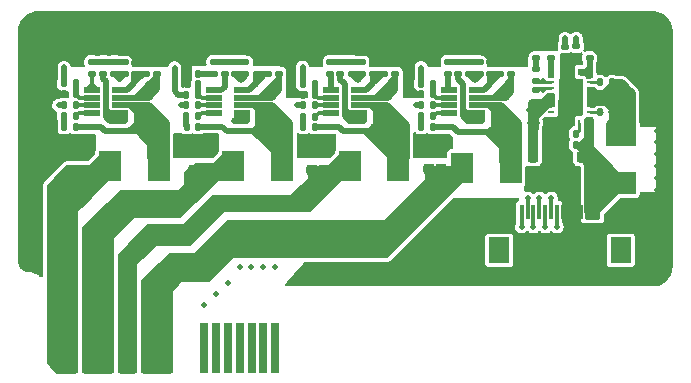
<source format=gbr>
G04 #@! TF.GenerationSoftware,KiCad,Pcbnew,(6.0.4)*
G04 #@! TF.CreationDate,2022-07-06T17:36:01+08:00*
G04 #@! TF.ProjectId,MP1495S_EVB,4d503134-3935-4535-9f45-56422e6b6963,rev?*
G04 #@! TF.SameCoordinates,PX5e56640PY77750e0*
G04 #@! TF.FileFunction,Copper,L4,Bot*
G04 #@! TF.FilePolarity,Positive*
%FSLAX46Y46*%
G04 Gerber Fmt 4.6, Leading zero omitted, Abs format (unit mm)*
G04 Created by KiCad (PCBNEW (6.0.4)) date 2022-07-06 17:36:01*
%MOMM*%
%LPD*%
G01*
G04 APERTURE LIST*
G04 Aperture macros list*
%AMRoundRect*
0 Rectangle with rounded corners*
0 $1 Rounding radius*
0 $2 $3 $4 $5 $6 $7 $8 $9 X,Y pos of 4 corners*
0 Add a 4 corners polygon primitive as box body*
4,1,4,$2,$3,$4,$5,$6,$7,$8,$9,$2,$3,0*
0 Add four circle primitives for the rounded corners*
1,1,$1+$1,$2,$3*
1,1,$1+$1,$4,$5*
1,1,$1+$1,$6,$7*
1,1,$1+$1,$8,$9*
0 Add four rect primitives between the rounded corners*
20,1,$1+$1,$2,$3,$4,$5,0*
20,1,$1+$1,$4,$5,$6,$7,0*
20,1,$1+$1,$6,$7,$8,$9,0*
20,1,$1+$1,$8,$9,$2,$3,0*%
G04 Aperture macros list end*
G04 #@! TA.AperFunction,ConnectorPad*
%ADD10R,0.700000X3.200000*%
G04 #@! TD*
G04 #@! TA.AperFunction,ConnectorPad*
%ADD11R,0.700000X4.300000*%
G04 #@! TD*
G04 #@! TA.AperFunction,SMDPad,CuDef*
%ADD12RoundRect,0.140000X-0.140000X-0.170000X0.140000X-0.170000X0.140000X0.170000X-0.140000X0.170000X0*%
G04 #@! TD*
G04 #@! TA.AperFunction,SMDPad,CuDef*
%ADD13RoundRect,0.140000X0.170000X-0.140000X0.170000X0.140000X-0.170000X0.140000X-0.170000X-0.140000X0*%
G04 #@! TD*
G04 #@! TA.AperFunction,SMDPad,CuDef*
%ADD14RoundRect,0.225000X0.250000X-0.225000X0.250000X0.225000X-0.250000X0.225000X-0.250000X-0.225000X0*%
G04 #@! TD*
G04 #@! TA.AperFunction,SMDPad,CuDef*
%ADD15RoundRect,0.140000X0.140000X0.170000X-0.140000X0.170000X-0.140000X-0.170000X0.140000X-0.170000X0*%
G04 #@! TD*
G04 #@! TA.AperFunction,SMDPad,CuDef*
%ADD16RoundRect,0.140000X-0.170000X0.140000X-0.170000X-0.140000X0.170000X-0.140000X0.170000X0.140000X0*%
G04 #@! TD*
G04 #@! TA.AperFunction,SMDPad,CuDef*
%ADD17R,1.900000X2.500000*%
G04 #@! TD*
G04 #@! TA.AperFunction,SMDPad,CuDef*
%ADD18RoundRect,0.135000X-0.135000X-0.185000X0.135000X-0.185000X0.135000X0.185000X-0.135000X0.185000X0*%
G04 #@! TD*
G04 #@! TA.AperFunction,SMDPad,CuDef*
%ADD19RoundRect,0.135000X0.135000X0.185000X-0.135000X0.185000X-0.135000X-0.185000X0.135000X-0.185000X0*%
G04 #@! TD*
G04 #@! TA.AperFunction,SMDPad,CuDef*
%ADD20RoundRect,0.135000X0.185000X-0.135000X0.185000X0.135000X-0.185000X0.135000X-0.185000X-0.135000X0*%
G04 #@! TD*
G04 #@! TA.AperFunction,SMDPad,CuDef*
%ADD21RoundRect,0.135000X-0.185000X0.135000X-0.185000X-0.135000X0.185000X-0.135000X0.185000X0.135000X0*%
G04 #@! TD*
G04 #@! TA.AperFunction,SMDPad,CuDef*
%ADD22R,1.340000X0.490000*%
G04 #@! TD*
G04 #@! TA.AperFunction,SMDPad,CuDef*
%ADD23RoundRect,0.225000X0.225000X0.250000X-0.225000X0.250000X-0.225000X-0.250000X0.225000X-0.250000X0*%
G04 #@! TD*
G04 #@! TA.AperFunction,SMDPad,CuDef*
%ADD24RoundRect,0.225000X-0.225000X-0.250000X0.225000X-0.250000X0.225000X0.250000X-0.225000X0.250000X0*%
G04 #@! TD*
G04 #@! TA.AperFunction,SMDPad,CuDef*
%ADD25R,2.500000X1.900000*%
G04 #@! TD*
G04 #@! TA.AperFunction,SMDPad,CuDef*
%ADD26R,0.240000X0.600000*%
G04 #@! TD*
G04 #@! TA.AperFunction,SMDPad,CuDef*
%ADD27R,0.600000X0.240000*%
G04 #@! TD*
G04 #@! TA.AperFunction,SMDPad,CuDef*
%ADD28R,0.240000X0.990000*%
G04 #@! TD*
G04 #@! TA.AperFunction,SMDPad,CuDef*
%ADD29R,2.050000X3.050000*%
G04 #@! TD*
G04 #@! TA.AperFunction,SMDPad,CuDef*
%ADD30R,0.517500X0.427500*%
G04 #@! TD*
G04 #@! TA.AperFunction,SMDPad,CuDef*
%ADD31R,1.800000X2.200000*%
G04 #@! TD*
G04 #@! TA.AperFunction,SMDPad,CuDef*
%ADD32R,0.300000X1.300000*%
G04 #@! TD*
G04 #@! TA.AperFunction,SMDPad,CuDef*
%ADD33RoundRect,0.275000X-3.225000X-0.275000X3.225000X-0.275000X3.225000X0.275000X-3.225000X0.275000X0*%
G04 #@! TD*
G04 #@! TA.AperFunction,SMDPad,CuDef*
%ADD34RoundRect,0.275000X0.275000X-3.225000X0.275000X3.225000X-0.275000X3.225000X-0.275000X-3.225000X0*%
G04 #@! TD*
G04 #@! TA.AperFunction,ViaPad*
%ADD35C,0.500000*%
G04 #@! TD*
G04 #@! TA.AperFunction,Conductor*
%ADD36C,0.500000*%
G04 #@! TD*
G04 #@! TA.AperFunction,Conductor*
%ADD37C,0.250000*%
G04 #@! TD*
G04 #@! TA.AperFunction,Conductor*
%ADD38C,0.150000*%
G04 #@! TD*
G04 #@! TA.AperFunction,Conductor*
%ADD39C,0.700000*%
G04 #@! TD*
G04 #@! TA.AperFunction,Conductor*
%ADD40C,0.300000*%
G04 #@! TD*
G04 APERTURE END LIST*
D10*
G04 #@! TO.P,PCI1,A1*
G04 #@! TO.N,1.2V*
X13050000Y5600000D03*
D11*
G04 #@! TO.P,PCI1,A2*
X14050000Y5050000D03*
G04 #@! TO.P,PCI1,A3*
X15050000Y5050000D03*
G04 #@! TO.P,PCI1,A4*
G04 #@! TO.N,1.5V*
X16050000Y5050000D03*
G04 #@! TO.P,PCI1,A5*
X17050000Y5050000D03*
G04 #@! TO.P,PCI1,A6*
X18050000Y5050000D03*
G04 #@! TO.P,PCI1,A7*
G04 #@! TO.N,2.5V*
X19050000Y5050000D03*
G04 #@! TO.P,PCI1,A8*
X20050000Y5050000D03*
G04 #@! TO.P,PCI1,A9*
G04 #@! TO.N,3.3V*
X21050000Y5050000D03*
G04 #@! TO.P,PCI1,A10*
X22050000Y5050000D03*
G04 #@! TO.P,PCI1,A11*
X23050000Y5050000D03*
G04 #@! TO.P,PCI1,A12*
G04 #@! TO.N,unconnected-(PCI1-PadA12)*
X26050000Y5050000D03*
G04 #@! TO.P,PCI1,A13*
G04 #@! TO.N,unconnected-(PCI1-PadA13)*
X27050000Y5050000D03*
G04 #@! TO.P,PCI1,A14*
G04 #@! TO.N,unconnected-(PCI1-PadA14)*
X28050000Y5050000D03*
G04 #@! TO.P,PCI1,A15*
G04 #@! TO.N,unconnected-(PCI1-PadA15)*
X29050000Y5050000D03*
G04 #@! TO.P,PCI1,A16*
G04 #@! TO.N,unconnected-(PCI1-PadA16)*
X30050000Y5050000D03*
G04 #@! TO.P,PCI1,A17*
G04 #@! TO.N,unconnected-(PCI1-PadA17)*
X31050000Y5050000D03*
G04 #@! TO.P,PCI1,A18*
G04 #@! TO.N,unconnected-(PCI1-PadA18)*
X32050000Y5050000D03*
G04 #@! TD*
D12*
G04 #@! TO.P,C7,1*
G04 #@! TO.N,Net-(C7-Pad1)*
X44440000Y23800000D03*
G04 #@! TO.P,C7,2*
G04 #@! TO.N,Net-(3V3-Pad3)*
X45400000Y23800000D03*
G04 #@! TD*
G04 #@! TO.P,C8,1*
G04 #@! TO.N,Net-(C8-Pad1)*
X34440000Y23810000D03*
G04 #@! TO.P,C8,2*
G04 #@! TO.N,Net-(2V5-Pad3)*
X35400000Y23810000D03*
G04 #@! TD*
D13*
G04 #@! TO.P,C10,1*
G04 #@! TO.N,5V*
X52040000Y28310000D03*
G04 #@! TO.P,C10,2*
G04 #@! TO.N,GND*
X52040000Y29270000D03*
G04 #@! TD*
G04 #@! TO.P,C12,1*
G04 #@! TO.N,5V*
X42230000Y28310000D03*
G04 #@! TO.P,C12,2*
G04 #@! TO.N,GND*
X42230000Y29270000D03*
G04 #@! TD*
D14*
G04 #@! TO.P,C13,1*
G04 #@! TO.N,3.3V*
X46105000Y20205000D03*
G04 #@! TO.P,C13,2*
G04 #@! TO.N,GND*
X46105000Y21755000D03*
G04 #@! TD*
G04 #@! TO.P,C14,1*
G04 #@! TO.N,3.3V*
X45045000Y20205000D03*
G04 #@! TO.P,C14,2*
G04 #@! TO.N,GND*
X45045000Y21755000D03*
G04 #@! TD*
G04 #@! TO.P,C15,1*
G04 #@! TO.N,2.5V*
X36200000Y20175000D03*
G04 #@! TO.P,C15,2*
G04 #@! TO.N,GND*
X36200000Y21725000D03*
G04 #@! TD*
G04 #@! TO.P,C16,1*
G04 #@! TO.N,2.5V*
X35140000Y20175000D03*
G04 #@! TO.P,C16,2*
G04 #@! TO.N,GND*
X35140000Y21725000D03*
G04 #@! TD*
D15*
G04 #@! TO.P,C17,1*
G04 #@! TO.N,Net-(3V3-Pad7)*
X45400000Y26560000D03*
G04 #@! TO.P,C17,2*
G04 #@! TO.N,GND*
X44440000Y26560000D03*
G04 #@! TD*
G04 #@! TO.P,C18,1*
G04 #@! TO.N,Net-(2V5-Pad7)*
X35400000Y26550000D03*
G04 #@! TO.P,C18,2*
G04 #@! TO.N,GND*
X34440000Y26550000D03*
G04 #@! TD*
D16*
G04 #@! TO.P,C19,1*
G04 #@! TO.N,Net-(C19-Pad1)*
X49360001Y29270000D03*
G04 #@! TO.P,C19,2*
G04 #@! TO.N,3.3V*
X49360001Y28310000D03*
G04 #@! TD*
G04 #@! TO.P,C20,1*
G04 #@! TO.N,Net-(C20-Pad1)*
X39400001Y29270000D03*
G04 #@! TO.P,C20,2*
G04 #@! TO.N,2.5V*
X39400001Y28310000D03*
G04 #@! TD*
D13*
G04 #@! TO.P,C21,1*
G04 #@! TO.N,Net-(3V3-Pad1)*
X50219999Y28310000D03*
G04 #@! TO.P,C21,2*
G04 #@! TO.N,GND*
X50219999Y29270000D03*
G04 #@! TD*
G04 #@! TO.P,C22,1*
G04 #@! TO.N,Net-(2V5-Pad1)*
X40340000Y28310000D03*
G04 #@! TO.P,C22,2*
G04 #@! TO.N,GND*
X40340000Y29270000D03*
G04 #@! TD*
D12*
G04 #@! TO.P,C23,1*
G04 #@! TO.N,Net-(C23-Pad1)*
X24570000Y23790000D03*
G04 #@! TO.P,C23,2*
G04 #@! TO.N,Net-(1V5-Pad3)*
X25530000Y23790000D03*
G04 #@! TD*
G04 #@! TO.P,C24,1*
G04 #@! TO.N,Net-(C24-Pad1)*
X14210000Y23790000D03*
G04 #@! TO.P,C24,2*
G04 #@! TO.N,Net-(1V2-Pad3)*
X15170000Y23790000D03*
G04 #@! TD*
D13*
G04 #@! TO.P,C26,1*
G04 #@! TO.N,5V*
X32370000Y28310000D03*
G04 #@! TO.P,C26,2*
G04 #@! TO.N,GND*
X32370000Y29270000D03*
G04 #@! TD*
G04 #@! TO.P,C28,1*
G04 #@! TO.N,5V*
X22030000Y28310000D03*
G04 #@! TO.P,C28,2*
G04 #@! TO.N,GND*
X22030000Y29270000D03*
G04 #@! TD*
D14*
G04 #@! TO.P,C29,1*
G04 #@! TO.N,1.5V*
X25204999Y20175000D03*
G04 #@! TO.P,C29,2*
G04 #@! TO.N,GND*
X25204999Y21725000D03*
G04 #@! TD*
G04 #@! TO.P,C30,1*
G04 #@! TO.N,1.5V*
X26280000Y20175000D03*
G04 #@! TO.P,C30,2*
G04 #@! TO.N,GND*
X26280000Y21725000D03*
G04 #@! TD*
G04 #@! TO.P,C31,1*
G04 #@! TO.N,1.2V*
X15805000Y20175000D03*
G04 #@! TO.P,C31,2*
G04 #@! TO.N,GND*
X15805000Y21725000D03*
G04 #@! TD*
G04 #@! TO.P,C32,1*
G04 #@! TO.N,1.2V*
X14755001Y20175000D03*
G04 #@! TO.P,C32,2*
G04 #@! TO.N,GND*
X14755001Y21725000D03*
G04 #@! TD*
D15*
G04 #@! TO.P,C33,1*
G04 #@! TO.N,Net-(1V5-Pad7)*
X25530000Y27410000D03*
G04 #@! TO.P,C33,2*
G04 #@! TO.N,GND*
X24570000Y27410000D03*
G04 #@! TD*
G04 #@! TO.P,C34,1*
G04 #@! TO.N,Net-(1V2-Pad7)*
X15170000Y26580000D03*
G04 #@! TO.P,C34,2*
G04 #@! TO.N,GND*
X14210000Y26580000D03*
G04 #@! TD*
D16*
G04 #@! TO.P,C35,1*
G04 #@! TO.N,Net-(C35-Pad1)*
X29540001Y29270000D03*
G04 #@! TO.P,C35,2*
G04 #@! TO.N,1.5V*
X29540001Y28310000D03*
G04 #@! TD*
G04 #@! TO.P,C36,1*
G04 #@! TO.N,Net-(C36-Pad1)*
X19310001Y29270000D03*
G04 #@! TO.P,C36,2*
G04 #@! TO.N,1.2V*
X19310001Y28310000D03*
G04 #@! TD*
D13*
G04 #@! TO.P,C37,1*
G04 #@! TO.N,Net-(1V5-Pad1)*
X31450000Y28310000D03*
G04 #@! TO.P,C37,2*
G04 #@! TO.N,GND*
X31450000Y29270000D03*
G04 #@! TD*
G04 #@! TO.P,C38,1*
G04 #@! TO.N,Net-(1V2-Pad1)*
X20210000Y28300000D03*
G04 #@! TO.P,C38,2*
G04 #@! TO.N,GND*
X20210000Y29260000D03*
G04 #@! TD*
D17*
G04 #@! TO.P,L3,1,1*
G04 #@! TO.N,Net-(3V3-Pad3)*
X51980000Y20350000D03*
G04 #@! TO.P,L3,2,2*
G04 #@! TO.N,3.3V*
X47880000Y20350000D03*
G04 #@! TD*
G04 #@! TO.P,L4,1,1*
G04 #@! TO.N,Net-(2V5-Pad3)*
X42490000Y20460000D03*
G04 #@! TO.P,L4,2,2*
G04 #@! TO.N,2.5V*
X38390000Y20460000D03*
G04 #@! TD*
G04 #@! TO.P,L5,1,1*
G04 #@! TO.N,Net-(1V5-Pad3)*
X32620000Y20460000D03*
G04 #@! TO.P,L5,2,2*
G04 #@! TO.N,1.5V*
X28520000Y20460000D03*
G04 #@! TD*
G04 #@! TO.P,L6,1,1*
G04 #@! TO.N,Net-(1V2-Pad3)*
X22180000Y20460000D03*
G04 #@! TO.P,L6,2,2*
G04 #@! TO.N,1.2V*
X18080000Y20460000D03*
G04 #@! TD*
D18*
G04 #@! TO.P,R3,1*
G04 #@! TO.N,5V*
X44410000Y25640000D03*
G04 #@! TO.P,R3,2*
G04 #@! TO.N,Net-(3V3-Pad6)*
X45430000Y25640000D03*
G04 #@! TD*
G04 #@! TO.P,R4,1*
G04 #@! TO.N,5V*
X34410000Y25640000D03*
G04 #@! TO.P,R4,2*
G04 #@! TO.N,Net-(2V5-Pad6)*
X35430000Y25640000D03*
G04 #@! TD*
D19*
G04 #@! TO.P,R5,1*
G04 #@! TO.N,Net-(3V3-Pad5)*
X45430000Y24710000D03*
G04 #@! TO.P,R5,2*
G04 #@! TO.N,Net-(C7-Pad1)*
X44410000Y24710000D03*
G04 #@! TD*
G04 #@! TO.P,R6,1*
G04 #@! TO.N,Net-(2V5-Pad5)*
X35430000Y24690000D03*
G04 #@! TO.P,R6,2*
G04 #@! TO.N,Net-(C8-Pad1)*
X34410000Y24690000D03*
G04 #@! TD*
G04 #@! TO.P,R9,1*
G04 #@! TO.N,Net-(3V3-Pad7)*
X45430000Y27470000D03*
G04 #@! TO.P,R9,2*
G04 #@! TO.N,Net-(3V3-Pad1)*
X44410000Y27470000D03*
G04 #@! TD*
G04 #@! TO.P,R10,1*
G04 #@! TO.N,Net-(2V5-Pad7)*
X35430000Y27480000D03*
G04 #@! TO.P,R10,2*
G04 #@! TO.N,Net-(2V5-Pad1)*
X34410000Y27480000D03*
G04 #@! TD*
D20*
G04 #@! TO.P,R11,1*
G04 #@! TO.N,Net-(3V3-Pad1)*
X51115000Y28280000D03*
G04 #@! TO.P,R11,2*
G04 #@! TO.N,GND*
X51115000Y29300000D03*
G04 #@! TD*
G04 #@! TO.P,R12,1*
G04 #@! TO.N,Net-(2V5-Pad1)*
X41235000Y28280000D03*
G04 #@! TO.P,R12,2*
G04 #@! TO.N,GND*
X41235000Y29300000D03*
G04 #@! TD*
G04 #@! TO.P,R13,1*
G04 #@! TO.N,Net-(3V3-Pad8)*
X46685000Y28280000D03*
G04 #@! TO.P,R13,2*
G04 #@! TO.N,Net-(C19-Pad1)*
X46685000Y29300000D03*
G04 #@! TD*
D21*
G04 #@! TO.P,R14,1*
G04 #@! TO.N,Net-(C19-Pad1)*
X48500000Y29300000D03*
G04 #@! TO.P,R14,2*
G04 #@! TO.N,3.3V*
X48500000Y28280000D03*
G04 #@! TD*
D20*
G04 #@! TO.P,R15,1*
G04 #@! TO.N,Net-(2V5-Pad8)*
X36725000Y28280000D03*
G04 #@! TO.P,R15,2*
G04 #@! TO.N,Net-(C20-Pad1)*
X36725000Y29300000D03*
G04 #@! TD*
D21*
G04 #@! TO.P,R16,1*
G04 #@! TO.N,Net-(C20-Pad1)*
X38540000Y29300000D03*
G04 #@! TO.P,R16,2*
G04 #@! TO.N,2.5V*
X38540000Y28280000D03*
G04 #@! TD*
G04 #@! TO.P,R17,1*
G04 #@! TO.N,Net-(C19-Pad1)*
X47540000Y29300000D03*
G04 #@! TO.P,R17,2*
G04 #@! TO.N,GND*
X47540000Y28280000D03*
G04 #@! TD*
G04 #@! TO.P,R18,1*
G04 #@! TO.N,Net-(C20-Pad1)*
X37580000Y29300000D03*
G04 #@! TO.P,R18,2*
G04 #@! TO.N,GND*
X37580000Y28280000D03*
G04 #@! TD*
D18*
G04 #@! TO.P,R19,1*
G04 #@! TO.N,5V*
X24540000Y25640000D03*
G04 #@! TO.P,R19,2*
G04 #@! TO.N,Net-(1V5-Pad6)*
X25560000Y25640000D03*
G04 #@! TD*
G04 #@! TO.P,R20,1*
G04 #@! TO.N,5V*
X14180000Y25640000D03*
G04 #@! TO.P,R20,2*
G04 #@! TO.N,Net-(1V2-Pad6)*
X15200000Y25640000D03*
G04 #@! TD*
D19*
G04 #@! TO.P,R21,1*
G04 #@! TO.N,Net-(1V5-Pad5)*
X25560000Y24710000D03*
G04 #@! TO.P,R21,2*
G04 #@! TO.N,Net-(C23-Pad1)*
X24540000Y24710000D03*
G04 #@! TD*
G04 #@! TO.P,R22,1*
G04 #@! TO.N,Net-(1V2-Pad5)*
X15200000Y24710000D03*
G04 #@! TO.P,R22,2*
G04 #@! TO.N,Net-(C24-Pad1)*
X14180000Y24710000D03*
G04 #@! TD*
G04 #@! TO.P,R23,1*
G04 #@! TO.N,Net-(1V5-Pad7)*
X25560000Y26540000D03*
G04 #@! TO.P,R23,2*
G04 #@! TO.N,Net-(1V5-Pad1)*
X24540000Y26540000D03*
G04 #@! TD*
G04 #@! TO.P,R24,1*
G04 #@! TO.N,Net-(1V2-Pad7)*
X15200000Y27500000D03*
G04 #@! TO.P,R24,2*
G04 #@! TO.N,Net-(1V2-Pad1)*
X14180000Y27500000D03*
G04 #@! TD*
D20*
G04 #@! TO.P,R25,1*
G04 #@! TO.N,Net-(1V5-Pad1)*
X30520000Y28280000D03*
G04 #@! TO.P,R25,2*
G04 #@! TO.N,GND*
X30520000Y29300000D03*
G04 #@! TD*
G04 #@! TO.P,R26,1*
G04 #@! TO.N,Net-(1V2-Pad1)*
X21105000Y28270000D03*
G04 #@! TO.P,R26,2*
G04 #@! TO.N,GND*
X21105000Y29290000D03*
G04 #@! TD*
G04 #@! TO.P,R27,1*
G04 #@! TO.N,Net-(1V5-Pad8)*
X27780000Y28280000D03*
G04 #@! TO.P,R27,2*
G04 #@! TO.N,Net-(C35-Pad1)*
X27780000Y29300000D03*
G04 #@! TD*
D21*
G04 #@! TO.P,R28,1*
G04 #@! TO.N,Net-(C35-Pad1)*
X28680000Y29300000D03*
G04 #@! TO.P,R28,2*
G04 #@! TO.N,1.5V*
X28680000Y28280000D03*
G04 #@! TD*
D20*
G04 #@! TO.P,R29,1*
G04 #@! TO.N,Net-(1V2-Pad8)*
X16530000Y28280000D03*
G04 #@! TO.P,R29,2*
G04 #@! TO.N,Net-(C36-Pad1)*
X16530000Y29300000D03*
G04 #@! TD*
D21*
G04 #@! TO.P,R30,1*
G04 #@! TO.N,Net-(C36-Pad1)*
X18450000Y29300000D03*
G04 #@! TO.P,R30,2*
G04 #@! TO.N,1.2V*
X18450000Y28280000D03*
G04 #@! TD*
G04 #@! TO.P,R31,1*
G04 #@! TO.N,Net-(C36-Pad1)*
X17500000Y29300000D03*
G04 #@! TO.P,R31,2*
G04 #@! TO.N,GND*
X17500000Y28280000D03*
G04 #@! TD*
D18*
G04 #@! TO.P,R32,1*
G04 #@! TO.N,GND*
X24540000Y28300000D03*
G04 #@! TO.P,R32,2*
G04 #@! TO.N,Net-(R32-Pad2)*
X25560000Y28300000D03*
G04 #@! TD*
D20*
G04 #@! TO.P,R33,1*
G04 #@! TO.N,Net-(R32-Pad2)*
X26860000Y28280000D03*
G04 #@! TO.P,R33,2*
G04 #@! TO.N,Net-(C35-Pad1)*
X26860000Y29300000D03*
G04 #@! TD*
D22*
G04 #@! TO.P,3V3,1,AAM*
G04 #@! TO.N,Net-(3V3-Pad1)*
X49150001Y26945000D03*
G04 #@! TO.P,3V3,2,IN*
G04 #@! TO.N,5V*
X49150001Y26295000D03*
G04 #@! TO.P,3V3,3,SW*
G04 #@! TO.N,Net-(3V3-Pad3)*
X49150001Y25645000D03*
G04 #@! TO.P,3V3,4,GND*
G04 #@! TO.N,GND*
X49150001Y24995000D03*
G04 #@! TO.P,3V3,5,BST*
G04 #@! TO.N,Net-(3V3-Pad5)*
X46770001Y24995000D03*
G04 #@! TO.P,3V3,6,EN/SYNC*
G04 #@! TO.N,Net-(3V3-Pad6)*
X46770001Y25645000D03*
G04 #@! TO.P,3V3,7,VCC*
G04 #@! TO.N,Net-(3V3-Pad7)*
X46770001Y26295000D03*
G04 #@! TO.P,3V3,8,FB*
G04 #@! TO.N,Net-(3V3-Pad8)*
X46770001Y26945000D03*
G04 #@! TD*
G04 #@! TO.P,2V5,1,AAM*
G04 #@! TO.N,Net-(2V5-Pad1)*
X39140000Y26945000D03*
G04 #@! TO.P,2V5,2,IN*
G04 #@! TO.N,5V*
X39140000Y26295000D03*
G04 #@! TO.P,2V5,3,SW*
G04 #@! TO.N,Net-(2V5-Pad3)*
X39140000Y25645000D03*
G04 #@! TO.P,2V5,4,GND*
G04 #@! TO.N,GND*
X39140000Y24995000D03*
G04 #@! TO.P,2V5,5,BST*
G04 #@! TO.N,Net-(2V5-Pad5)*
X36760000Y24995000D03*
G04 #@! TO.P,2V5,6,EN/SYNC*
G04 #@! TO.N,Net-(2V5-Pad6)*
X36760000Y25645000D03*
G04 #@! TO.P,2V5,7,VCC*
G04 #@! TO.N,Net-(2V5-Pad7)*
X36760000Y26295000D03*
G04 #@! TO.P,2V5,8,FB*
G04 #@! TO.N,Net-(2V5-Pad8)*
X36760000Y26945000D03*
G04 #@! TD*
G04 #@! TO.P,1V5,1,AAM*
G04 #@! TO.N,Net-(1V5-Pad1)*
X29260000Y26945000D03*
G04 #@! TO.P,1V5,2,IN*
G04 #@! TO.N,5V*
X29260000Y26295000D03*
G04 #@! TO.P,1V5,3,SW*
G04 #@! TO.N,Net-(1V5-Pad3)*
X29260000Y25645000D03*
G04 #@! TO.P,1V5,4,GND*
G04 #@! TO.N,GND*
X29260000Y24995000D03*
G04 #@! TO.P,1V5,5,BST*
G04 #@! TO.N,Net-(1V5-Pad5)*
X26880000Y24995000D03*
G04 #@! TO.P,1V5,6,EN/SYNC*
G04 #@! TO.N,Net-(1V5-Pad6)*
X26880000Y25645000D03*
G04 #@! TO.P,1V5,7,VCC*
G04 #@! TO.N,Net-(1V5-Pad7)*
X26880000Y26295000D03*
G04 #@! TO.P,1V5,8,FB*
G04 #@! TO.N,Net-(1V5-Pad8)*
X26880000Y26945000D03*
G04 #@! TD*
G04 #@! TO.P,1V2,1,AAM*
G04 #@! TO.N,Net-(1V2-Pad1)*
X18910001Y26945000D03*
G04 #@! TO.P,1V2,2,IN*
G04 #@! TO.N,5V*
X18910001Y26295000D03*
G04 #@! TO.P,1V2,3,SW*
G04 #@! TO.N,Net-(1V2-Pad3)*
X18910001Y25645000D03*
G04 #@! TO.P,1V2,4,GND*
G04 #@! TO.N,GND*
X18910001Y24995000D03*
G04 #@! TO.P,1V2,5,BST*
G04 #@! TO.N,Net-(1V2-Pad5)*
X16530001Y24995000D03*
G04 #@! TO.P,1V2,6,EN/SYNC*
G04 #@! TO.N,Net-(1V2-Pad6)*
X16530001Y25645000D03*
G04 #@! TO.P,1V2,7,VCC*
G04 #@! TO.N,Net-(1V2-Pad7)*
X16530001Y26295000D03*
G04 #@! TO.P,1V2,8,FB*
G04 #@! TO.N,Net-(1V2-Pad8)*
X16530001Y26945000D03*
G04 #@! TD*
D23*
G04 #@! TO.P,C1,1*
G04 #@! TO.N,BAT+*
X58005000Y21240000D03*
G04 #@! TO.P,C1,2*
G04 #@! TO.N,GND*
X56455000Y21240000D03*
G04 #@! TD*
D15*
G04 #@! TO.P,C2,1*
G04 #@! TO.N,BAT+*
X57520000Y22320000D03*
G04 #@! TO.P,C2,2*
G04 #@! TO.N,GND*
X56560000Y22320000D03*
G04 #@! TD*
D16*
G04 #@! TO.P,C3,1*
G04 #@! TO.N,Net-(C3-Pad1)*
X56600000Y30610000D03*
G04 #@! TO.P,C3,2*
G04 #@! TO.N,GND*
X56600000Y29650000D03*
G04 #@! TD*
D13*
G04 #@! TO.P,C4,1*
G04 #@! TO.N,Net-(C4-Pad1)*
X58680000Y29650000D03*
G04 #@! TO.P,C4,2*
G04 #@! TO.N,GND*
X58680000Y30610000D03*
G04 #@! TD*
G04 #@! TO.P,C5,1*
G04 #@! TO.N,Net-(C5-Pad1)*
X54140000Y29650000D03*
G04 #@! TO.P,C5,2*
G04 #@! TO.N,GND*
X54140000Y30610000D03*
G04 #@! TD*
D15*
G04 #@! TO.P,C6,1*
G04 #@! TO.N,Net-(C6-Pad1)*
X57520000Y23240000D03*
G04 #@! TO.P,C6,2*
G04 #@! TO.N,GND*
X56560000Y23240000D03*
G04 #@! TD*
D12*
G04 #@! TO.P,C39,1*
G04 #@! TO.N,Net-(C39-Pad1)*
X59580000Y25060000D03*
G04 #@! TO.P,C39,2*
G04 #@! TO.N,Net-(C39-Pad2)*
X60540000Y25060000D03*
G04 #@! TD*
D24*
G04 #@! TO.P,C40,1*
G04 #@! TO.N,5V*
X53894999Y23350000D03*
G04 #@! TO.P,C40,2*
G04 #@! TO.N,GND*
X55444999Y23350000D03*
G04 #@! TD*
G04 #@! TO.P,C41,1*
G04 #@! TO.N,5V*
X53895000Y22289999D03*
G04 #@! TO.P,C41,2*
G04 #@! TO.N,GND*
X55445000Y22289999D03*
G04 #@! TD*
D25*
G04 #@! TO.P,L1,1,1*
G04 #@! TO.N,BAT+*
X61350000Y19050000D03*
G04 #@! TO.P,L1,2,2*
G04 #@! TO.N,Net-(C39-Pad2)*
X61350000Y23150000D03*
G04 #@! TD*
D20*
G04 #@! TO.P,R1,1*
G04 #@! TO.N,Net-(C3-Pad1)*
X54140000Y27710000D03*
G04 #@! TO.P,R1,2*
G04 #@! TO.N,Net-(C5-Pad1)*
X54140000Y28730000D03*
G04 #@! TD*
G04 #@! TO.P,R2,1*
G04 #@! TO.N,Net-(R2-Pad1)*
X55420000Y29620000D03*
G04 #@! TO.P,R2,2*
G04 #@! TO.N,GND*
X55420000Y30640000D03*
G04 #@! TD*
D18*
G04 #@! TO.P,R7,1*
G04 #@! TO.N,Net-(R7-Pad1)*
X59550000Y27570000D03*
G04 #@! TO.P,R7,2*
G04 #@! TO.N,Net-(C39-Pad2)*
X60570000Y27570000D03*
G04 #@! TD*
D21*
G04 #@! TO.P,R8,1*
G04 #@! TO.N,Net-(R34-Pad2)*
X54140000Y26940000D03*
G04 #@! TO.P,R8,2*
G04 #@! TO.N,5V*
X54140000Y25920000D03*
G04 #@! TD*
D20*
G04 #@! TO.P,R34,1*
G04 #@! TO.N,GND*
X57560000Y29620000D03*
G04 #@! TO.P,R34,2*
G04 #@! TO.N,Net-(R34-Pad2)*
X57560000Y30640000D03*
G04 #@! TD*
D26*
G04 #@! TO.P,U1,1,VCC*
G04 #@! TO.N,Net-(C4-Pad1)*
X57820000Y28470000D03*
D27*
G04 #@! TO.P,U1,2,EN*
X58720000Y28070000D03*
G04 #@! TO.P,U1,3,FSW*
G04 #@! TO.N,Net-(R7-Pad1)*
X58720000Y27570000D03*
G04 #@! TO.P,U1,4,SW_7*
G04 #@! TO.N,Net-(C39-Pad2)*
X58720000Y27070000D03*
G04 #@! TO.P,U1,5,SW_4*
X58720000Y26570000D03*
G04 #@! TO.P,U1,6,SW_5*
X58720000Y26070000D03*
G04 #@! TO.P,U1,7,SW_6*
X58720000Y25570000D03*
G04 #@! TO.P,U1,8,BOOT*
G04 #@! TO.N,Net-(C39-Pad1)*
X58720000Y25070000D03*
G04 #@! TO.P,U1,9,VIN*
G04 #@! TO.N,BAT+*
X58720000Y24570000D03*
D26*
G04 #@! TO.P,U1,10,SS*
G04 #@! TO.N,Net-(C6-Pad1)*
X57820000Y24170000D03*
G04 #@! TO.P,U1,11,NC_11*
G04 #@! TO.N,GND*
X56320000Y24170000D03*
D27*
G04 #@! TO.P,U1,12,NC_12*
X55420000Y24570000D03*
G04 #@! TO.P,U1,13,MODE*
G04 #@! TO.N,unconnected-(U1-Pad13)*
X55420000Y25070000D03*
G04 #@! TO.P,U1,14,VOUT_16*
G04 #@! TO.N,5V*
X55420000Y25570000D03*
G04 #@! TO.P,U1,15,VOUT_14*
X55420000Y26070000D03*
G04 #@! TO.P,U1,16,VOUT_15*
X55420000Y26570000D03*
G04 #@! TO.P,U1,17,FB*
G04 #@! TO.N,Net-(R34-Pad2)*
X55420000Y27070000D03*
G04 #@! TO.P,U1,18,COMP*
G04 #@! TO.N,Net-(C3-Pad1)*
X55420000Y27570000D03*
G04 #@! TO.P,U1,19,ILIM*
G04 #@! TO.N,Net-(R2-Pad1)*
X55420000Y28070000D03*
D26*
G04 #@! TO.P,U1,20,AGND*
G04 #@! TO.N,GND*
X56320000Y28470000D03*
D28*
G04 #@! TO.P,U1,21,PGND*
X56790000Y24360000D03*
X56790000Y28275000D03*
D29*
X57070000Y26320000D03*
D28*
X57340000Y28275000D03*
D30*
X57070000Y24580000D03*
X57070000Y28040000D03*
D28*
X57340000Y24360000D03*
G04 #@! TD*
D31*
G04 #@! TO.P,J1,*
G04 #@! TO.N,*
X51020000Y13355000D03*
X61320000Y13355000D03*
D32*
G04 #@! TO.P,J1,1,Pin_1*
G04 #@! TO.N,BAT+*
X59420000Y16605000D03*
G04 #@! TO.P,J1,2,Pin_2*
X58920000Y16605000D03*
G04 #@! TO.P,J1,3,Pin_3*
X58420000Y16605000D03*
G04 #@! TO.P,J1,4,Pin_4*
G04 #@! TO.N,GND*
X57920000Y16605000D03*
G04 #@! TO.P,J1,5,Pin_5*
X57420000Y16605000D03*
G04 #@! TO.P,J1,6,Pin_6*
X56920000Y16605000D03*
G04 #@! TO.P,J1,7,Pin_7*
X56420000Y16605000D03*
G04 #@! TO.P,J1,8,Pin_8*
G04 #@! TO.N,BAT_CHG*
X55920000Y16605000D03*
G04 #@! TO.P,J1,9,Pin_9*
G04 #@! TO.N,BAT_PG*
X55420000Y16605000D03*
G04 #@! TO.P,J1,10,Pin_10*
G04 #@! TO.N,BAT_ISET*
X54920000Y16605000D03*
G04 #@! TO.P,J1,11,Pin_11*
G04 #@! TO.N,REG_POWER*
X54420000Y16605000D03*
G04 #@! TO.P,J1,12,Pin_12*
G04 #@! TO.N,REG_CHG*
X53920000Y16605000D03*
G04 #@! TO.P,J1,13,Pin_13*
G04 #@! TO.N,REG_EN1*
X53420000Y16605000D03*
G04 #@! TO.P,J1,14,Pin_14*
G04 #@! TO.N,REG_EN2*
X52920000Y16605000D03*
G04 #@! TD*
D24*
G04 #@! TO.P,C42,1*
G04 #@! TO.N,5V*
X53905000Y21240000D03*
G04 #@! TO.P,C42,2*
G04 #@! TO.N,GND*
X55455000Y21240000D03*
G04 #@! TD*
D33*
G04 #@! TO.P,J2,1,Pin_1*
G04 #@! TO.N,GND*
X17450000Y32870000D03*
G04 #@! TD*
D34*
G04 #@! TO.P,J3,1,Pin_1*
G04 #@! TO.N,GND*
X64900000Y17480000D03*
G04 #@! TD*
D33*
G04 #@! TO.P,J4,1,Pin_1*
G04 #@! TO.N,GND*
X58580000Y32870000D03*
G04 #@! TD*
G04 #@! TO.P,J5,1,Pin_1*
G04 #@! TO.N,GND*
X31160000Y32870000D03*
G04 #@! TD*
D34*
G04 #@! TO.P,J6,1,Pin_1*
G04 #@! TO.N,GND*
X64890000Y26480000D03*
G04 #@! TD*
G04 #@! TO.P,J7,1,Pin_1*
G04 #@! TO.N,GND*
X11180000Y17480000D03*
G04 #@! TD*
D33*
G04 #@! TO.P,J8,1,Pin_1*
G04 #@! TO.N,GND*
X44870000Y11090000D03*
G04 #@! TD*
G04 #@! TO.P,J9,1,Pin_1*
G04 #@! TO.N,GND*
X44870000Y32870000D03*
G04 #@! TD*
D34*
G04 #@! TO.P,J10,1,Pin_1*
G04 #@! TO.N,GND*
X11180000Y26480000D03*
G04 #@! TD*
D35*
G04 #@! TO.N,GND*
X48330000Y24310001D03*
X49430000Y24310000D03*
X48879999Y24310001D03*
X38849999Y24320000D03*
X39400000Y24320000D03*
X29680000Y24300000D03*
X29130000Y24300000D03*
X28580001Y24300000D03*
X11690000Y29590000D03*
X10690000Y29590000D03*
X65390000Y29490000D03*
X64390000Y29490000D03*
X18070000Y24320000D03*
X18619999Y24320000D03*
X19170000Y24320000D03*
X57429999Y14305001D03*
X57970000Y15005000D03*
X56870000Y15005001D03*
X56880000Y14305001D03*
X57980000Y14305000D03*
X57419999Y15005001D03*
X57970000Y13605000D03*
X57419999Y13605001D03*
X56880000Y12905001D03*
X57980000Y12905000D03*
X56870000Y13605001D03*
X57429999Y12905001D03*
X58680000Y12905001D03*
X59219999Y13605001D03*
X59770000Y13605000D03*
X59780000Y12905000D03*
X58670000Y13605001D03*
X59229999Y12905001D03*
X59219999Y15005001D03*
X59780000Y14305000D03*
X59229999Y14305001D03*
X58670000Y15005001D03*
X59770000Y15005000D03*
X58680000Y14305001D03*
X57075000Y26693334D03*
X57750000Y26693334D03*
X56400000Y26703334D03*
X57065000Y25916668D03*
X56390001Y25926668D03*
X57740000Y25916668D03*
X56390000Y25150000D03*
X57065000Y25140000D03*
X57740000Y25140000D03*
X13160000Y33320000D03*
X14160000Y33320000D03*
X15160000Y33320000D03*
X16160000Y33320000D03*
X17160000Y33320000D03*
X18160000Y33320000D03*
X19160000Y33320000D03*
X20160000Y33320000D03*
X21160000Y33320000D03*
X22160000Y33320000D03*
X23160000Y33320000D03*
X24160000Y33320000D03*
X25160000Y33320000D03*
X26160000Y33320000D03*
X27160000Y33320000D03*
X28160000Y33320000D03*
X29160000Y33320000D03*
X30160000Y33320000D03*
X31160000Y33320000D03*
X32160000Y33320000D03*
X33160000Y33320000D03*
X34160000Y33320000D03*
X35160000Y33320000D03*
X36160000Y33320000D03*
X37160000Y33320000D03*
X38160000Y33320000D03*
X39160000Y33320000D03*
X40160000Y33320000D03*
X41160000Y33320000D03*
X42160000Y33320000D03*
X43160000Y33320000D03*
X44160000Y33320000D03*
X45160000Y33320000D03*
X46160000Y33320000D03*
X47160000Y33320000D03*
X48160000Y33320000D03*
X49160000Y33320000D03*
X50160000Y33320000D03*
X51160000Y33320000D03*
X52160000Y33320000D03*
X53160000Y33320000D03*
X54160000Y33320000D03*
X55160000Y33320000D03*
X56160000Y33320000D03*
X57160000Y33320000D03*
X58160000Y33320000D03*
X59160000Y33320000D03*
X60160000Y33320000D03*
X61160000Y33320000D03*
X12290000Y32130000D03*
X13160000Y32320000D03*
X14160000Y32320000D03*
X15160000Y32320000D03*
X16160000Y32320000D03*
X17160000Y32320000D03*
X18160000Y32320000D03*
X19160000Y32320000D03*
X20160000Y32320000D03*
X21160000Y32320000D03*
X22160000Y32320000D03*
X23160000Y32320000D03*
X24160000Y32320000D03*
X25160000Y32320000D03*
X26160000Y32320000D03*
X27160000Y32320000D03*
X28160000Y32320000D03*
X29160000Y32320000D03*
X30160000Y32320000D03*
X31160000Y32320000D03*
X32160000Y32320000D03*
X33160000Y32320000D03*
X34160000Y32320000D03*
X35160000Y32320000D03*
X36160000Y32320000D03*
X37160000Y32320000D03*
X38160000Y32320000D03*
X39160000Y32320000D03*
X40160000Y32320000D03*
X41160000Y32320000D03*
X42160000Y32320000D03*
X43160000Y32320000D03*
X44160000Y32320000D03*
X45160000Y32320000D03*
X46160000Y32320000D03*
X47160000Y32320000D03*
X48160000Y32320000D03*
X49160000Y32320000D03*
X50160000Y32320000D03*
X51160000Y32320000D03*
X52160000Y32320000D03*
X53160000Y32320000D03*
X54160000Y32320000D03*
X55160000Y32320000D03*
X56160000Y32320000D03*
X57160000Y32320000D03*
X58160000Y32320000D03*
X59160000Y32320000D03*
X60160000Y32320000D03*
X61160000Y32320000D03*
X62160000Y32320000D03*
X62160000Y33320000D03*
X63160000Y32320000D03*
X63160000Y33320000D03*
X63860000Y32050000D03*
X64160000Y33320000D03*
X11300000Y33020000D03*
X10670000Y31600000D03*
X11780000Y31470000D03*
X10690000Y30590000D03*
X11690000Y30590000D03*
X10690000Y28590000D03*
X11690000Y28590000D03*
X10690000Y27590000D03*
X11690000Y27590000D03*
X10690000Y26590000D03*
X11690000Y26590000D03*
X10690000Y25590000D03*
X11690000Y25590000D03*
X10690000Y24590000D03*
X11690000Y24590000D03*
X10690000Y23590000D03*
X11690000Y23590000D03*
X10690000Y22590000D03*
X11690000Y22590000D03*
X10690000Y21590000D03*
X11690000Y21590000D03*
X10690000Y20590000D03*
X11690000Y20590000D03*
X10690000Y19590000D03*
X11690000Y19590000D03*
X10690000Y18590000D03*
X11690000Y18590000D03*
X10690000Y17590000D03*
X11690000Y17590000D03*
X10690000Y16590000D03*
X11690000Y16590000D03*
X10690000Y15590000D03*
X11690000Y15590000D03*
X10690000Y14590000D03*
X11690000Y14590000D03*
X10690000Y13590000D03*
X11690000Y13590000D03*
X10690000Y12590000D03*
X11690000Y12590000D03*
X11690000Y11590000D03*
X41690000Y11590000D03*
X42690000Y11590000D03*
X43690000Y11590000D03*
X44690000Y11590000D03*
X45690000Y11590000D03*
X46690000Y11590000D03*
X47690000Y11590000D03*
X48690000Y11590000D03*
X49690000Y11590000D03*
X50690000Y11590000D03*
X51690000Y11590000D03*
X52690000Y11590000D03*
X53690000Y11590000D03*
X54690000Y11590000D03*
X55690000Y11590000D03*
X56690000Y11590000D03*
X57690000Y11590000D03*
X58690000Y11590000D03*
X59690000Y11590000D03*
X60690000Y11590000D03*
X61690000Y11590000D03*
X62690000Y11590000D03*
X63600000Y11860000D03*
X33690000Y10590000D03*
X34690000Y10590000D03*
X35690000Y10590000D03*
X36690000Y10590000D03*
X37690000Y10590000D03*
X38690000Y10590000D03*
X39690000Y10590000D03*
X40690000Y10590000D03*
X41690000Y10590000D03*
X42690000Y10590000D03*
X43690000Y10590000D03*
X44690000Y10590000D03*
X45690000Y10590000D03*
X46690000Y10590000D03*
X47690000Y10590000D03*
X48690000Y10590000D03*
X49690000Y10590000D03*
X50690000Y10590000D03*
X51690000Y10590000D03*
X52690000Y10590000D03*
X53690000Y10590000D03*
X54690000Y10590000D03*
X55690000Y10590000D03*
X56690000Y10590000D03*
X57690000Y10590000D03*
X58690000Y10590000D03*
X59690000Y10590000D03*
X60690000Y10590000D03*
X61690000Y10590000D03*
X62690000Y10590000D03*
X63690000Y10590000D03*
X64870000Y32980000D03*
X64290000Y31450000D03*
X65380000Y31520000D03*
X64390000Y30490000D03*
X65380000Y30500000D03*
X64390000Y28490000D03*
X65390000Y28490000D03*
X64390000Y27490000D03*
X65390000Y27490000D03*
X64390000Y26490000D03*
X65390000Y26490000D03*
X64390000Y25490000D03*
X65390000Y25490000D03*
X64390000Y24490000D03*
X65390000Y24490000D03*
X64390000Y23490000D03*
X65390000Y23490000D03*
X64390000Y22490000D03*
X65390000Y22490000D03*
X64390000Y21490000D03*
X65390000Y21490000D03*
X64390000Y20490000D03*
X65390000Y20490000D03*
X64390000Y19490000D03*
X65390000Y19490000D03*
X64390000Y18490000D03*
X65390000Y18490000D03*
X64390000Y17490000D03*
X65390000Y17490000D03*
X64390000Y16490000D03*
X65390000Y16490000D03*
X64390000Y15490000D03*
X65390000Y15490000D03*
X64390000Y14490000D03*
X65390000Y14490000D03*
X64390000Y13490000D03*
X65390000Y13490000D03*
X64210000Y12480000D03*
X65390000Y12550000D03*
X65320000Y11760000D03*
X64440000Y10700000D03*
X21660000Y32820000D03*
X36660000Y32820000D03*
X52660000Y32820000D03*
X53660000Y32820000D03*
X54660000Y32820000D03*
X59660000Y32820000D03*
X43660000Y32820000D03*
X44660000Y32820000D03*
X48660000Y32820000D03*
X19660000Y32820000D03*
X51660000Y32820000D03*
X28660000Y32820000D03*
X56660000Y32820000D03*
X22660000Y32820000D03*
X37660000Y32820000D03*
X27660000Y32820000D03*
X55660000Y32820000D03*
X39660000Y32820000D03*
X46660000Y32820000D03*
X50660000Y32820000D03*
X31660000Y32820000D03*
X20660000Y32820000D03*
X23660000Y32820000D03*
X34660000Y32820000D03*
X32660000Y32820000D03*
X29660000Y32820000D03*
X57660000Y32820000D03*
X61660000Y32820000D03*
X45660000Y32820000D03*
X49660000Y32820000D03*
X41660000Y32820000D03*
X18660000Y32820000D03*
X60660000Y32820000D03*
X30660000Y32820000D03*
X42660000Y32820000D03*
X24660000Y32820000D03*
X58660000Y32820000D03*
X40660000Y32820000D03*
X33660000Y32820000D03*
X25660000Y32820000D03*
X35660000Y32820000D03*
X26660000Y32820000D03*
X38660000Y32820000D03*
X47660000Y32820000D03*
X62660000Y32820000D03*
X63660000Y32820000D03*
X64370000Y32530000D03*
X12590000Y32770000D03*
X13660000Y32820000D03*
X14660000Y32820000D03*
X15660000Y32820000D03*
X16660000Y32820000D03*
X17660000Y32820000D03*
X64770000Y31920000D03*
X64890000Y31060000D03*
X64900000Y29990000D03*
X64890000Y17980000D03*
X64890000Y13980000D03*
X64100000Y11360000D03*
X64890000Y27980000D03*
X64890000Y21980000D03*
X64890000Y25980000D03*
X64890000Y20980000D03*
X64890000Y15980000D03*
X64820000Y12910000D03*
X64890000Y14980000D03*
X64890000Y24980000D03*
X64890000Y23980000D03*
X64890000Y19980000D03*
X64890000Y16980000D03*
X64890000Y22980000D03*
X64890000Y18980000D03*
X64890000Y26980000D03*
X64890000Y28980000D03*
X10850000Y32400000D03*
X11190000Y27110000D03*
X11190000Y20110000D03*
X11190000Y29110000D03*
X11190000Y19110000D03*
X11190000Y31110000D03*
X11190000Y28110000D03*
X11190000Y26110000D03*
X11190000Y24110000D03*
X11190000Y23110000D03*
X11190000Y22110000D03*
X11190000Y21110000D03*
X11190000Y25110000D03*
X11190000Y15110000D03*
X11190000Y13110000D03*
X11190000Y14110000D03*
X11190000Y17110000D03*
X11190000Y18110000D03*
X11190000Y16110000D03*
X11190000Y30110000D03*
X11190000Y12090000D03*
X47210000Y11080000D03*
X54210000Y11080000D03*
X41210000Y11080000D03*
X43210000Y11080000D03*
X62210000Y11080000D03*
X55210000Y11080000D03*
X48210000Y11080000D03*
X61210000Y11080000D03*
X49210000Y11080000D03*
X51210000Y11080000D03*
X58210000Y11080000D03*
X57210000Y11080000D03*
X56210000Y11080000D03*
X50210000Y11080000D03*
X42210000Y11080000D03*
X44210000Y11080000D03*
X45210000Y11080000D03*
X46210000Y11080000D03*
X60210000Y11080000D03*
X53210000Y11080000D03*
X59210000Y11080000D03*
X63210000Y11080000D03*
X52210000Y11080000D03*
X11800000Y32570000D03*
X11360000Y31990000D03*
X65310000Y32360000D03*
X64650000Y11940000D03*
X64980000Y11120000D03*
X57019999Y18505001D03*
X57570000Y18505000D03*
X56470000Y18505001D03*
X57029999Y17805001D03*
X56480000Y17805001D03*
X57580000Y17805000D03*
X23920000Y22730000D03*
X23920000Y22130000D03*
X23920000Y21530000D03*
X24520000Y22730000D03*
X25130000Y22730000D03*
X35410000Y22640000D03*
X34200000Y22640000D03*
X34200000Y21440000D03*
X34800000Y22640000D03*
X34200000Y22040000D03*
X44190000Y22070000D03*
X45400000Y22670000D03*
X44190000Y21470000D03*
X44190000Y22670000D03*
X44790000Y22670000D03*
X57019999Y19895001D03*
X56480000Y19195001D03*
X56470000Y19895001D03*
X57570000Y19895000D03*
X57580000Y19195000D03*
X57029999Y19195001D03*
X55279999Y19895001D03*
X54740000Y19195001D03*
X55840000Y19195000D03*
X55830000Y19895000D03*
X54730000Y19895001D03*
X55289999Y19195001D03*
X53590000Y19195001D03*
X54139999Y19195001D03*
X53580000Y19895001D03*
X54129999Y19895001D03*
X56390001Y27480000D03*
X57740000Y27470000D03*
X38300000Y24320000D03*
X12160000Y33320000D03*
X57060000Y29060000D03*
X57065000Y27470000D03*
G04 #@! TO.N,5V*
X50860000Y26380000D03*
X51500000Y26380000D03*
X31040000Y26370000D03*
X31690000Y26370000D03*
X40880000Y26380000D03*
X41570000Y26380000D03*
X54200000Y25220000D03*
X54770000Y25460000D03*
X53910000Y24690000D03*
X53600000Y24150000D03*
X54200000Y24150000D03*
X20580000Y26340000D03*
X21260000Y26340000D03*
X20970000Y26860000D03*
X21640000Y26860000D03*
X31410000Y26860000D03*
X32060000Y26860000D03*
X24050000Y25630000D03*
X41280000Y26910000D03*
X41970000Y26910000D03*
X33930000Y25640000D03*
X51260000Y26900000D03*
X51900000Y26900000D03*
X43950000Y25640000D03*
X13720000Y25640000D03*
X53580000Y25220000D03*
G04 #@! TO.N,3.3V*
X48980000Y27800000D03*
X48310000Y20530000D03*
G04 #@! TO.N,2.5V*
X39030000Y27800000D03*
X38310000Y20470000D03*
G04 #@! TO.N,1.5V*
X29180000Y27790000D03*
X28510000Y20410000D03*
G04 #@! TO.N,1.2V*
X18870000Y27840000D03*
X18060000Y20470000D03*
G04 #@! TO.N,Net-(1V2-Pad1)*
X14180002Y28840000D03*
X20160000Y27660000D03*
G04 #@! TO.N,Net-(1V5-Pad1)*
X23540000Y28810000D03*
X30530000Y27720000D03*
G04 #@! TO.N,Net-(2V5-Pad1)*
X40470000Y27730000D03*
X34380000Y28870000D03*
G04 #@! TO.N,Net-(3V3-Pad1)*
X50320000Y27780000D03*
X44410000Y28830000D03*
G04 #@! TO.N,Net-(C3-Pad1)*
X56600000Y31300000D03*
X54750000Y27700000D03*
G04 #@! TO.N,Net-(R34-Pad2)*
X57560000Y31300000D03*
X54740000Y26940000D03*
G04 #@! TO.N,REG_EN2*
X52925000Y15350000D03*
X26050000Y8690000D03*
G04 #@! TO.N,REG_EN1*
X53420000Y17785000D03*
X27050000Y9630000D03*
G04 #@! TO.N,REG_CHG*
X53920000Y15345000D03*
X28043332Y10610000D03*
G04 #@! TO.N,REG_POWER*
X54420000Y17785000D03*
X29044998Y11945000D03*
G04 #@! TO.N,BAT_ISET*
X54920000Y15345000D03*
X30046664Y11945000D03*
G04 #@! TO.N,BAT_PG*
X55420000Y17785000D03*
X31048330Y11945000D03*
G04 #@! TO.N,BAT_CHG*
X32060000Y11945000D03*
X55920000Y15345000D03*
G04 #@! TD*
D36*
G04 #@! TO.N,GND*
X48750000Y24970000D02*
X48750000Y24315000D01*
X49590000Y24975000D02*
X49590000Y24320000D01*
X49170000Y24965000D02*
X49169999Y24310001D01*
X49170000Y24330000D02*
X49150000Y24310000D01*
X48715000Y24980000D02*
X48060000Y24980000D01*
X48800000Y24660000D02*
X48145000Y24660000D01*
X47970000Y26920000D02*
X47970000Y24720000D01*
X47970001Y25270000D02*
X48375000Y24865000D01*
X39560000Y24985000D02*
X39560000Y24330000D01*
X38720000Y24980000D02*
X38720000Y24325000D01*
X38685000Y24990000D02*
X38030000Y24990000D01*
X38769999Y24670001D02*
X38115000Y24670000D01*
X28840000Y24960000D02*
X28840000Y24305000D01*
X29680000Y24965000D02*
X29680000Y24310000D01*
X29260000Y24955000D02*
X29260000Y24300000D01*
X29260000Y24320000D02*
X29240000Y24300000D01*
X37790000Y27580000D02*
X37940000Y27430000D01*
X18910001Y24340000D02*
X18890000Y24320000D01*
X17710000Y26930000D02*
X17710000Y24730000D01*
X17710000Y25280000D02*
X18115000Y24875000D01*
X18909999Y24975001D02*
X18909999Y24320000D01*
X18539998Y24670000D02*
X17884998Y24670000D01*
X18455000Y24990000D02*
X17800001Y24989999D01*
X18490000Y24980000D02*
X18490000Y24325000D01*
X19330000Y24985000D02*
X19329999Y24329999D01*
X37940000Y25280000D02*
X38345000Y24875000D01*
D37*
X56509999Y24080000D02*
X56509999Y24990000D01*
X56509999Y24080000D02*
X56510000Y23390000D01*
X56710000Y24010000D02*
X56710000Y23320000D01*
X56710000Y24010000D02*
X56710000Y24920000D01*
X56530000Y23220001D02*
X56770000Y23460000D01*
X56770000Y24150000D02*
X56770000Y23460000D01*
X56170000Y24490000D02*
X56170000Y25400000D01*
X56000000Y24599999D02*
X56390001Y24990000D01*
D36*
X28580000Y24310000D02*
X29043155Y24773155D01*
X47970000Y27420000D02*
X47970000Y26920000D01*
D37*
X56320000Y28470000D02*
X56320000Y27070000D01*
D36*
X47540000Y27850000D02*
X47970000Y27420000D01*
X47540000Y28300000D02*
X47540000Y27850000D01*
X17500000Y27890000D02*
X17710000Y27680000D01*
X39139999Y24975001D02*
X39139999Y24320000D01*
X49430000Y24310000D02*
X48380000Y24310000D01*
D37*
X56320001Y24170000D02*
X56320000Y23480000D01*
D36*
X38350000Y24320000D02*
X37940000Y24730000D01*
X39140000Y24340000D02*
X39120000Y24320000D01*
D37*
X56320000Y25080000D02*
X56390000Y25150000D01*
D36*
X24540000Y28280000D02*
X24540000Y27430000D01*
X37580000Y28290000D02*
X37580000Y27790000D01*
D37*
X56320000Y23480000D02*
X56560000Y23240000D01*
X55420000Y24570000D02*
X56030000Y24570000D01*
D36*
X17500000Y28310000D02*
X17500000Y27890000D01*
D37*
X56320000Y27070000D02*
X57070000Y26320000D01*
D36*
X17710000Y24730000D02*
X17710000Y24680000D01*
D37*
X56330000Y24180000D02*
X56320001Y24170000D01*
D36*
X29670000Y24300000D02*
X28620000Y24300000D01*
X37940000Y26930000D02*
X37940000Y24730000D01*
X17710000Y24680000D02*
X18070000Y24320000D01*
X17710000Y27680000D02*
X17710000Y26930000D01*
X48380000Y24310000D02*
X47970000Y24720000D01*
D37*
X56320001Y24170000D02*
X56320000Y25080000D01*
D36*
X18070000Y24320000D02*
X19170000Y24320000D01*
D37*
X56420000Y24180000D02*
X56330000Y24180000D01*
X56000000Y24550000D02*
X56390001Y24160000D01*
D36*
X37940000Y27430000D02*
X37940000Y26930000D01*
X39400000Y24320000D02*
X38350000Y24320000D01*
X37580000Y27790000D02*
X37790000Y27580000D01*
D38*
G04 #@! TO.N,5V*
X55639999Y25570000D02*
X55640000Y26570000D01*
X55540000Y25570001D02*
X55539999Y26570000D01*
X55339999Y25570000D02*
X55340000Y26570000D01*
X55199998Y25570000D02*
X55200000Y26570000D01*
D36*
X54090000Y25795001D02*
X54090000Y23560000D01*
D37*
X54980000Y25810000D02*
X54260000Y25090000D01*
X54940000Y26040000D02*
X54220000Y25320000D01*
X54950000Y26270000D02*
X54230000Y25550000D01*
X54490000Y25920000D02*
X55140000Y26570000D01*
D38*
X55099998Y25570000D02*
X55100000Y26570000D01*
X55019998Y25520000D02*
X55020000Y26520000D01*
D36*
X53690000Y25220000D02*
X53690000Y23554999D01*
X53700000Y22179999D02*
X53700000Y21140000D01*
X54080000Y22179999D02*
X54080000Y21140000D01*
X53710000Y23229999D02*
X53710000Y22190000D01*
X54080000Y23229999D02*
X54080000Y22190000D01*
X20955000Y26465000D02*
X21640000Y27150000D01*
X21946188Y27976188D02*
X21430000Y27460000D01*
X31525000Y26565000D02*
X32130000Y27170000D01*
X24050000Y25630000D02*
X24510000Y25630000D01*
X41290000Y26520000D02*
X41925000Y27155000D01*
X51320000Y26560000D02*
X51785000Y27025000D01*
X44430000Y25640000D02*
X43950000Y25640000D01*
D39*
X53894999Y22290000D02*
X53895000Y22289999D01*
X53894999Y23350000D02*
X53894999Y22290000D01*
D36*
X52040000Y26760000D02*
X52040000Y28310000D01*
X49150001Y26295000D02*
X51575000Y26295000D01*
X39139999Y26295001D02*
X40605001Y26295001D01*
X30785000Y26295000D02*
X32370000Y27880000D01*
X39140000Y26295000D02*
X41595000Y26295000D01*
D37*
X54210000Y23665001D02*
X53894999Y23350000D01*
D36*
X22040000Y27450000D02*
X22040000Y28330000D01*
X34410000Y25640000D02*
X33930000Y25640000D01*
X42230000Y27920000D02*
X42230000Y28310000D01*
X52040000Y27760000D02*
X52040000Y28310000D01*
X53690000Y25790000D02*
X53690000Y25220000D01*
X53820000Y25920000D02*
X53690000Y25790000D01*
D37*
X54210000Y26060000D02*
X54560000Y26060000D01*
X54490000Y25920000D02*
X55140000Y26570000D01*
D36*
X41595000Y26295000D02*
X42230000Y26930000D01*
X29260000Y26295000D02*
X31765000Y26295000D01*
X53690000Y23554999D02*
X53894999Y23350000D01*
X50575000Y26295000D02*
X52040000Y27760000D01*
D37*
X54930000Y25570000D02*
X54210000Y24850000D01*
D36*
X21300000Y27270000D02*
X22030000Y27270000D01*
X21355000Y26295000D02*
X22040000Y26980000D01*
X20340000Y26370000D02*
X21470000Y27500000D01*
D37*
X54170000Y24580000D02*
X54170000Y24470000D01*
X55140000Y26570000D02*
X55420000Y26570000D01*
D36*
X13720000Y25640000D02*
X14180000Y25640000D01*
X32370000Y27880000D02*
X32370000Y28310000D01*
X22040000Y26980000D02*
X22040000Y27450000D01*
D37*
X55140000Y25550000D02*
X54170000Y24580000D01*
D36*
X32370000Y26900000D02*
X32370000Y27880000D01*
X49150001Y26295000D02*
X50575000Y26295000D01*
X53895000Y22289999D02*
X53895000Y21250000D01*
X42230000Y26930000D02*
X42230000Y28310000D01*
D37*
X54210000Y24850000D02*
X54210000Y23665001D01*
D36*
X29260000Y26295000D02*
X30785000Y26295000D01*
X54140000Y25920000D02*
X53820000Y25920000D01*
X40605001Y26295001D02*
X42230000Y27920000D01*
X53895000Y21250000D02*
X53905000Y21240000D01*
D38*
X55420000Y25570001D02*
X55420000Y26569999D01*
D36*
X31765000Y26295000D02*
X32370000Y26900000D01*
D37*
X55420000Y25570000D02*
X54930000Y25570000D01*
D36*
X51575000Y26295000D02*
X52040000Y26760000D01*
X18910001Y26295000D02*
X21355000Y26295000D01*
G04 #@! TO.N,3.3V*
X49320000Y28290000D02*
X49350000Y28320000D01*
X48490000Y28290000D02*
X49089999Y28290000D01*
X49089999Y28290000D02*
X49320000Y28290000D01*
X48490000Y28290000D02*
X48980000Y27800000D01*
D39*
X21050000Y3250000D02*
X23050000Y3250000D01*
X21520000Y7590000D02*
X21520000Y3470000D01*
X22580000Y7510000D02*
X22580000Y3390000D01*
X22440000Y10210000D02*
X22440000Y5360000D01*
X21870000Y10240000D02*
X21870000Y5390000D01*
X21490000Y9720000D02*
X21490000Y4870000D01*
X21440000Y10230000D02*
X23610000Y12400000D01*
X21980000Y10090000D02*
X24150000Y12260000D01*
X22610000Y10240000D02*
X24780000Y12410000D01*
X24180000Y11510000D02*
X26520000Y11510000D01*
X24780000Y12060000D02*
X27120000Y12060000D01*
X24990000Y12380000D02*
X27330000Y12380000D01*
X26260000Y11730000D02*
X28310000Y13780000D01*
X26210000Y12340000D02*
X28260000Y14390000D01*
X25940000Y12800000D02*
X27990000Y14850000D01*
X28450000Y13600000D02*
X41000000Y13600000D01*
X28470000Y14050000D02*
X41020000Y14050000D01*
X28340000Y14640000D02*
X40890000Y14640000D01*
X28210000Y14960000D02*
X40760000Y14960000D01*
X42340000Y13940000D02*
X48290000Y19890000D01*
X48210000Y19680000D02*
X45430000Y19680000D01*
X45050000Y20210000D02*
X45050000Y17430000D01*
X40910000Y15050000D02*
X45480000Y19620000D01*
X21050000Y10650000D02*
X23220000Y12820000D01*
X26360000Y10990000D02*
X28410000Y13040000D01*
X24020000Y10990000D02*
X26360000Y10990000D01*
X25330000Y12820000D02*
X28120000Y15610000D01*
X23050000Y10020000D02*
X24020000Y10990000D01*
X46280000Y19600000D02*
X46280000Y19960000D01*
X47970000Y20190000D02*
X45190000Y20190000D01*
X47120000Y19600000D02*
X47120000Y19930000D01*
X23050000Y5050000D02*
X23050000Y10020000D01*
X28410000Y13040000D02*
X41450000Y13040000D01*
X45480000Y19620000D02*
X45480000Y20030000D01*
X41450000Y13040000D02*
X47400000Y18990000D01*
D36*
X49360001Y28310000D02*
X49360001Y28180001D01*
D39*
X21050000Y5050000D02*
X23050000Y5050000D01*
X28120000Y15610000D02*
X41960000Y15610000D01*
X48310000Y20530000D02*
X47970000Y20190000D01*
D36*
X48509999Y28310000D02*
X48500000Y28300000D01*
X49360001Y28180001D02*
X48980000Y27800000D01*
X49360001Y28310000D02*
X48509999Y28310000D01*
D39*
X41010000Y13490000D02*
X47120000Y19600000D01*
X40680000Y13490000D02*
X41010000Y13490000D01*
X40200000Y13520000D02*
X46280000Y19600000D01*
X45190000Y20190000D02*
X45175000Y20175000D01*
X47400000Y18990000D02*
X47400000Y19480000D01*
X21050000Y5050000D02*
X21050000Y10650000D01*
X23220000Y12820000D02*
X25330000Y12820000D01*
D36*
G04 #@! TO.N,2.5V*
X39139999Y28290001D02*
X39370000Y28290000D01*
D39*
X19530000Y8920000D02*
X19530000Y3290000D01*
X37810000Y21330000D02*
X35390000Y18910000D01*
X36840000Y19590000D02*
X34420000Y17170000D01*
X37290000Y19810000D02*
X34870000Y17390000D01*
X36420000Y19770000D02*
X34000000Y17350000D01*
X35330000Y19520000D02*
X32910000Y17100000D01*
X34380000Y17290000D02*
X27210000Y17290000D01*
X19050000Y12920000D02*
X19050000Y5050000D01*
X33860000Y17680000D02*
X27850000Y17680000D01*
D36*
X39370000Y28290000D02*
X39400001Y28320000D01*
D39*
X37380000Y19390000D02*
X34960000Y16970000D01*
X34960000Y16970000D02*
X27670000Y16970000D01*
X20050000Y3250000D02*
X19050000Y3250000D01*
X26860000Y17680000D02*
X24440000Y15260000D01*
X35140000Y18960000D02*
X33860000Y17680000D01*
D36*
X39400001Y28310000D02*
X39400001Y28170001D01*
D39*
X27210000Y16980000D02*
X26780000Y16980000D01*
X21650000Y14740000D02*
X19470000Y12560000D01*
D36*
X38540000Y28290000D02*
X39139999Y28290001D01*
D39*
X24540000Y14740000D02*
X21650000Y14740000D01*
X26780000Y16980000D02*
X24540000Y14740000D01*
X38105000Y20175000D02*
X38390000Y20460000D01*
X28190000Y17680000D02*
X26860000Y17680000D01*
X35140000Y20175000D02*
X35140000Y18960000D01*
X35630000Y20010000D02*
X35630000Y18870000D01*
X20050000Y12270000D02*
X20050000Y5050000D01*
X19470000Y12560000D02*
X19470000Y9240000D01*
X21390000Y15260000D02*
X19050000Y12920000D01*
X36200000Y20175000D02*
X38105000Y20175000D01*
X36200000Y20175000D02*
X35140000Y20175000D01*
X21880000Y14100000D02*
X20050000Y12270000D01*
X24440000Y15260000D02*
X21390000Y15260000D01*
D36*
X38540000Y28290000D02*
X39030000Y27800000D01*
D39*
X27670000Y16970000D02*
X24800000Y14100000D01*
D36*
X39400001Y28170001D02*
X39030000Y27800000D01*
D39*
X24800000Y14100000D02*
X21880000Y14100000D01*
D36*
G04 #@! TO.N,1.5V*
X29289999Y28280000D02*
X29520000Y28280000D01*
X28689999Y28280000D02*
X29180000Y27790000D01*
X28689999Y28280000D02*
X29289999Y28280000D01*
X29520000Y28280000D02*
X29550000Y28310000D01*
X28710000Y28300000D02*
X28700000Y28290001D01*
X29560001Y28300000D02*
X28710000Y28300000D01*
D39*
X18050000Y3250000D02*
X16050000Y3250000D01*
X16590000Y6140001D02*
X16590000Y4140000D01*
X17530000Y6260001D02*
X17530000Y4260000D01*
X16510000Y5260001D02*
X16510000Y3260000D01*
X17540000Y5260001D02*
X17540000Y3260000D01*
X17540000Y10840000D02*
X17540000Y5390000D01*
X16510000Y11320000D02*
X16510000Y5870000D01*
X28150001Y19870000D02*
X25080000Y19870000D01*
X27870000Y19560000D02*
X24799999Y19560000D01*
X27870000Y21340000D02*
X25790000Y19260000D01*
X25190000Y19690000D02*
X25190000Y18680000D01*
D36*
X28680000Y28295000D02*
X29530001Y28295000D01*
D39*
X24660000Y18840000D02*
X23960000Y18140000D01*
X17480000Y14770000D02*
X17480000Y10570000D01*
X25439999Y20410000D02*
X25204999Y20175000D01*
X19130000Y17440000D02*
X16370000Y14680000D01*
X23980000Y17490000D02*
X19350000Y17490000D01*
X24985000Y20175000D02*
X24660000Y19850000D01*
X16370000Y14680000D02*
X16370000Y10870000D01*
X16040000Y15150000D02*
X16040000Y5060000D01*
X16040000Y5060000D02*
X16050000Y5050000D01*
X19990000Y16400000D02*
X18050000Y14460000D01*
X19060000Y18170000D02*
X16040000Y15150000D01*
X28510000Y20410000D02*
X28510000Y19970000D01*
X23090000Y16890000D02*
X18710000Y16890000D01*
X17050000Y15230000D02*
X17050000Y5050000D01*
X26830000Y20340000D02*
X23980000Y17490000D01*
X18050000Y5050000D02*
X16050000Y5050000D01*
X28520000Y20460000D02*
X27650000Y20460000D01*
X23950000Y16400000D02*
X19990000Y16400000D01*
X18710000Y16890000D02*
X17050000Y15230000D01*
X28510000Y20410000D02*
X25439999Y20410000D01*
D36*
X29540001Y28150001D02*
X29180000Y27790000D01*
D39*
X26630000Y20190000D02*
X23000000Y16560000D01*
X23960000Y18140000D02*
X19090000Y18140000D01*
X19410000Y16700000D02*
X17480000Y14770000D01*
X25204999Y20175000D02*
X24985000Y20175000D01*
X27010000Y20100000D02*
X23610000Y16700000D01*
D36*
X29530001Y28295000D02*
X29540001Y28305000D01*
X29540001Y28310000D02*
X29540001Y28150001D01*
D39*
X19470000Y18170000D02*
X19060000Y18170000D01*
X24660000Y19850000D02*
X24660000Y18840000D01*
X27580000Y20030000D02*
X23950000Y16400000D01*
X23610000Y16700000D02*
X19410000Y16700000D01*
X18050000Y14460000D02*
X18050000Y5050000D01*
D36*
G04 #@! TO.N,1.2V*
X18390000Y28330000D02*
X18989998Y28330000D01*
X18390000Y28330000D02*
X18880000Y27840000D01*
D39*
X15050000Y4560000D02*
X13050000Y4560000D01*
X15050000Y3930000D02*
X13050000Y3930000D01*
X15020000Y3250000D02*
X14020000Y3250000D01*
X14550000Y19730000D02*
X14550000Y5180000D01*
X17060000Y19940000D02*
X16140000Y19020000D01*
X16990000Y19490000D02*
X16070000Y18570000D01*
X17490000Y21300000D02*
X15410000Y19220000D01*
X15850000Y18490000D02*
X14720000Y17360000D01*
X15750000Y19050000D02*
X14620000Y17920000D01*
X15510000Y19450000D02*
X14380000Y18320000D01*
X14050000Y19480000D02*
X14050000Y5050000D01*
X18060000Y20470000D02*
X18060000Y19800000D01*
D36*
X19310001Y28280001D02*
X18870000Y27840000D01*
D39*
X13050000Y18750000D02*
X13050000Y11630000D01*
X13050000Y3910000D02*
X13700000Y3260000D01*
X16900000Y20460000D02*
X15980000Y19540000D01*
X16180000Y17900000D02*
X15050000Y16770000D01*
X14550000Y20250000D02*
X13050000Y18750000D01*
X15805000Y20175000D02*
X15735000Y20175000D01*
D36*
X19310001Y28310000D02*
X19310001Y28280001D01*
D39*
X14740000Y20140000D02*
X13500000Y18900000D01*
X14870000Y20260000D02*
X13980000Y19370000D01*
X18060000Y19800000D02*
X15980000Y17720000D01*
X17795000Y20175000D02*
X18080000Y20460000D01*
X13500000Y18900000D02*
X13500000Y5100000D01*
X17880000Y20260000D02*
X14870000Y20260000D01*
X13050000Y11630000D02*
X13050000Y5600000D01*
X13600000Y5050000D02*
X13050000Y5600000D01*
X18080000Y20460000D02*
X17880000Y20260000D01*
X14755001Y20175000D02*
X17795000Y20175000D01*
D36*
X18450000Y28320000D02*
X19300001Y28320000D01*
D39*
X15735000Y20175000D02*
X14980000Y19420000D01*
X15050000Y5050000D02*
X13600000Y5050000D01*
X13050000Y5600000D02*
X13050000Y3910000D01*
X15050000Y16770000D02*
X15050000Y5050000D01*
X18080000Y20460000D02*
X16900000Y20460000D01*
X15980000Y19540000D02*
X15980000Y17720000D01*
D36*
G04 #@! TO.N,Net-(C7-Pad1)*
X44410000Y23830000D02*
X44440000Y23800000D01*
X44410000Y24710000D02*
X44410000Y23830000D01*
G04 #@! TO.N,Net-(C8-Pad1)*
X34410000Y24690000D02*
X34410000Y23840000D01*
X34410000Y23840000D02*
X34440000Y23810000D01*
G04 #@! TO.N,Net-(C19-Pad1)*
X46685000Y29320000D02*
X49310001Y29320000D01*
X49310001Y29320000D02*
X49360001Y29270000D01*
G04 #@! TO.N,Net-(C20-Pad1)*
X36725000Y29309999D02*
X38540000Y29310000D01*
X38570000Y29280000D02*
X38540000Y29310000D01*
X39400000Y29280000D02*
X38570000Y29280000D01*
G04 #@! TO.N,Net-(C23-Pad1)*
X24540000Y23870000D02*
X24570000Y23840000D01*
X24540000Y24730000D02*
X24540000Y23870000D01*
G04 #@! TO.N,Net-(C24-Pad1)*
X14180000Y24710000D02*
X14180000Y23820000D01*
X14180000Y23820000D02*
X14210000Y23790000D01*
G04 #@! TO.N,Net-(C35-Pad1)*
X26860000Y29315001D02*
X28680000Y29315000D01*
X29490001Y29315000D02*
X29540001Y29265000D01*
X28680000Y29315000D02*
X29490001Y29315000D01*
G04 #@! TO.N,Net-(C36-Pad1)*
X19280001Y29300000D02*
X19310001Y29270000D01*
X16530000Y29300000D02*
X19280001Y29300000D01*
G04 #@! TO.N,Net-(R32-Pad2)*
X25580000Y28280000D02*
X25560000Y28300000D01*
X26860000Y28280000D02*
X25580000Y28280000D01*
D40*
G04 #@! TO.N,Net-(1V2-Pad8)*
X16480000Y27360000D02*
X16195000Y27075000D01*
X16560000Y27380000D02*
X16845000Y27095000D01*
X16530000Y26945001D02*
X16530001Y26945000D01*
X16530000Y28280000D02*
X16530000Y26945001D01*
G04 #@! TO.N,Net-(1V2-Pad6)*
X15205000Y25645000D02*
X15200000Y25640000D01*
X16530001Y25645000D02*
X15205000Y25645000D01*
G04 #@! TO.N,Net-(1V2-Pad5)*
X16530001Y24995000D02*
X15485000Y24995000D01*
X15485000Y24995000D02*
X15200000Y24710000D01*
D36*
G04 #@! TO.N,Net-(1V2-Pad3)*
X21110000Y25420000D02*
X22610000Y23920000D01*
X20570000Y25390000D02*
X22070000Y23890000D01*
X22490000Y24200000D02*
X22490000Y21410000D01*
X22070000Y24190000D02*
X22070000Y21400000D01*
X21840000Y24180000D02*
X21840000Y21390000D01*
X20800000Y23187502D02*
X20800000Y24630000D01*
X21170000Y24150000D02*
X21170000Y22707502D01*
X20510000Y23527502D02*
X20510000Y24970000D01*
X22870000Y21150000D02*
X22180000Y20460000D01*
X17290000Y23790000D02*
X17620000Y23460000D01*
X15170000Y23790000D02*
X17290000Y23790000D01*
X20320000Y24130000D02*
X20320000Y25120000D01*
X18910000Y25645000D02*
X20265000Y25645000D01*
X20320000Y23677502D02*
X20320000Y24130000D01*
X19700000Y23470000D02*
X20320000Y24090000D01*
X18910001Y25645000D02*
X19805003Y25645000D01*
X19700000Y23460000D02*
X19700000Y23470000D01*
X19700000Y23460000D02*
X20400000Y23460000D01*
X20320000Y24090000D02*
X20320000Y24130000D01*
X22880000Y24150000D02*
X22880000Y21360000D01*
X22880000Y21360000D02*
X22810000Y21290000D01*
X20265000Y25645000D02*
X21365000Y25645000D01*
X21440000Y25510000D02*
X21440000Y25570000D01*
X19805003Y25645000D02*
X21490000Y23960003D01*
X21380000Y25650000D02*
X22880000Y24150000D01*
X21490000Y23960003D02*
X21490000Y21150000D01*
X17620000Y23460000D02*
X19700000Y23460000D01*
X20780000Y23080000D02*
X22090000Y21770000D01*
X20400000Y23460000D02*
X20780000Y23080000D01*
X21490000Y21150000D02*
X22180000Y20460000D01*
G04 #@! TO.N,Net-(1V2-Pad1)*
X20759325Y28199325D02*
X20130000Y27570000D01*
X14180000Y28210000D02*
X14180000Y28839998D01*
X21075000Y28300000D02*
X21105000Y28270000D01*
X14180000Y27500000D02*
X14180000Y28210000D01*
X20120000Y27540000D02*
X20120000Y28210000D01*
X20120000Y28210000D02*
X20210000Y28300000D01*
X14180000Y28839998D02*
X14180002Y28840000D01*
X19540000Y26960000D02*
X20120000Y27540000D01*
X19230000Y26960000D02*
X19540000Y26960000D01*
X20210000Y28300000D02*
X21075000Y28300000D01*
G04 #@! TO.N,Net-(1V5-Pad8)*
X27780000Y28295000D02*
X27780000Y27220000D01*
X27780000Y27220000D02*
X27505000Y26945000D01*
X27505000Y26945000D02*
X26880001Y26945000D01*
D40*
G04 #@! TO.N,Net-(1V5-Pad6)*
X26880000Y25645000D02*
X25565000Y25645000D01*
X25565000Y25645000D02*
X25560000Y25640000D01*
G04 #@! TO.N,Net-(1V5-Pad5)*
X25825000Y24995000D02*
X25560000Y24730000D01*
X26880000Y24995000D02*
X25825000Y24995000D01*
D36*
G04 #@! TO.N,Net-(1V5-Pad3)*
X30220000Y25630000D02*
X31720000Y24130000D01*
X30749999Y25610000D02*
X32250000Y24110000D01*
X31210000Y25640001D02*
X32710000Y24140000D01*
X31810000Y25640000D02*
X33310000Y24140000D01*
X33310000Y24140000D02*
X33310000Y21350000D01*
X31920000Y23950003D02*
X31920000Y21140000D01*
X30235003Y25635000D02*
X31920000Y23950003D01*
X30695000Y25635000D02*
X31795000Y25635000D01*
X29340000Y25635000D02*
X30695000Y25635000D01*
X32500000Y24180000D02*
X32500000Y21390000D01*
X32270000Y24170000D02*
X32270000Y21380000D01*
X32920000Y24190000D02*
X32920000Y21400000D01*
X31000000Y25380000D02*
X32500000Y23880000D01*
X31540000Y25410000D02*
X33040000Y23910000D01*
X30980000Y23040000D02*
X30980000Y24920904D01*
X31580000Y22450000D02*
X32910000Y23780000D01*
X31300000Y22640000D02*
X31300000Y24520904D01*
X30300000Y23420000D02*
X32140000Y21580000D01*
X30270000Y23500000D02*
X30670000Y23900000D01*
X31610000Y22560000D02*
X31610000Y24440904D01*
X30630000Y23509096D02*
X30630000Y25390000D01*
X32620000Y21120000D02*
X32620000Y20460000D01*
X27580000Y23840000D02*
X27980000Y23440000D01*
X29260000Y25645000D02*
X30565000Y25645000D01*
X27980000Y23440000D02*
X31090000Y23440000D01*
X30565000Y25645000D02*
X31675000Y25645000D01*
X31675000Y25645000D02*
X33175000Y24145000D01*
X25530000Y23840000D02*
X27580000Y23840000D01*
G04 #@! TO.N,Net-(1V5-Pad1)*
X30260000Y27330000D02*
X30410000Y27480000D01*
X30475000Y27775000D02*
X30860000Y28160000D01*
X31040000Y28130000D02*
X30428353Y27518353D01*
X31305000Y28280000D02*
X30440000Y28280000D01*
X24540000Y26540000D02*
X23860000Y26540000D01*
X23860000Y26540000D02*
X23540000Y26860000D01*
X23540000Y26860000D02*
X23540000Y28810000D01*
X29865000Y26945001D02*
X29260000Y26945000D01*
X29260000Y26945000D02*
X29875000Y26945000D01*
X29875000Y26945000D02*
X30260000Y27330000D01*
X30410000Y27480000D02*
X30410000Y28310000D01*
X30440000Y28280000D02*
X30410000Y28310000D01*
G04 #@! TO.N,Net-(2V5-Pad1)*
X40960000Y28260000D02*
X40365000Y27665000D01*
X40975000Y28165000D02*
X40380000Y27570000D01*
X39755000Y26945000D02*
X39140000Y26945000D01*
X40350000Y27540000D02*
X39755000Y26945000D01*
X40350000Y28290000D02*
X40350000Y27540000D01*
X40330000Y28280000D02*
X41200000Y28280000D01*
X34380000Y27480000D02*
X34380000Y28870000D01*
G04 #@! TO.N,Net-(2V5-Pad3)*
X40990000Y25480000D02*
X40990000Y25260000D01*
X40850641Y24930000D02*
X40140000Y25640642D01*
X41690000Y25460000D02*
X43190000Y23960000D01*
X43190000Y23960000D02*
X43190000Y21170000D01*
X41800000Y23870003D02*
X41800000Y21060000D01*
X40840000Y24720000D02*
X42524997Y23035003D01*
X42380000Y24100000D02*
X42380000Y21310000D01*
X42150000Y24090000D02*
X42150000Y21300000D01*
X42800000Y24110000D02*
X42800000Y21320000D01*
X40880000Y25300000D02*
X42380000Y23800000D01*
X41420000Y25330000D02*
X42920000Y23830000D01*
X41510000Y25640000D02*
X43010000Y24140000D01*
X39315000Y25645000D02*
X41500000Y25645000D01*
X40200000Y22960000D02*
X42040000Y21120000D01*
X40970000Y22407847D02*
X40970000Y25010000D01*
X41400000Y22020000D02*
X41400000Y24622153D01*
X39670000Y23480000D02*
X41510000Y21640000D01*
X40370000Y23420000D02*
X42210000Y21580000D01*
X40550000Y22997847D02*
X40550000Y25600000D01*
X40130000Y23550000D02*
X40450000Y23870000D01*
X37460000Y23800000D02*
X37780000Y23480000D01*
X37780000Y23480000D02*
X41370000Y23480000D01*
X35410000Y23800000D02*
X37460000Y23800000D01*
X39140000Y25645000D02*
X41325000Y25645000D01*
D40*
G04 #@! TO.N,Net-(2V5-Pad5)*
X35735000Y24995000D02*
X35430000Y24690000D01*
X36760000Y24995000D02*
X35735000Y24995000D01*
G04 #@! TO.N,Net-(2V5-Pad6)*
X36760000Y25645000D02*
X35435000Y25645000D01*
X35435000Y25645000D02*
X35430000Y25640000D01*
D36*
G04 #@! TO.N,Net-(2V5-Pad8)*
X36760000Y26960000D02*
X36760000Y28140000D01*
X36740000Y28274999D02*
X36724999Y28290000D01*
G04 #@! TO.N,Net-(3V3-Pad1)*
X49705000Y26945000D02*
X50219999Y27459999D01*
X51115000Y28280000D02*
X50249999Y28280000D01*
X44410000Y27470000D02*
X44410000Y28830000D01*
X50249999Y28280000D02*
X50219999Y28310000D01*
X49150001Y26945000D02*
X49705000Y26945000D01*
X50200000Y27470000D02*
X51020001Y28290001D01*
X50269999Y28280000D02*
X50220000Y28329999D01*
X50219999Y27459999D02*
X50219999Y28310000D01*
G04 #@! TO.N,Net-(3V3-Pad3)*
X50980000Y22570000D02*
X50980000Y25172153D01*
X50600000Y22867847D02*
X50600000Y25470000D01*
X50100000Y23290000D02*
X51490000Y24680000D01*
X50260000Y25580000D02*
X51650000Y24190000D01*
X51440000Y21940000D02*
X50050000Y23330000D01*
X51700000Y20527847D02*
X51700000Y24360000D01*
X52030000Y20397847D02*
X52030000Y24230000D01*
X52350000Y20357847D02*
X52350000Y24190000D01*
X51010000Y25600000D02*
X52180000Y24430000D01*
X51290000Y20800000D02*
X51290000Y24632153D01*
X49150000Y25645000D02*
X51205000Y25645000D01*
X52680000Y24170000D02*
X52680000Y20760000D01*
X47080000Y23800000D02*
X47540000Y23340000D01*
X45400000Y23800000D02*
X47080000Y23800000D01*
X50380000Y25580000D02*
X51770000Y24190000D01*
X51205000Y25645000D02*
X52680000Y24170000D01*
X47540000Y23340000D02*
X50270000Y23340000D01*
X51350000Y20810000D02*
X51320000Y20840000D01*
D40*
G04 #@! TO.N,Net-(3V3-Pad5)*
X46770001Y24995000D02*
X45715000Y24995000D01*
X45715000Y24995000D02*
X45430000Y24710000D01*
G04 #@! TO.N,Net-(3V3-Pad6)*
X46770001Y25645000D02*
X45435000Y25645000D01*
X45435000Y25645000D02*
X45430000Y25640000D01*
D36*
G04 #@! TO.N,Net-(3V3-Pad8)*
X46720000Y28280000D02*
X46720000Y27010000D01*
D40*
G04 #@! TO.N,BAT+*
X58420000Y16105000D02*
X59420000Y16105000D01*
X58420000Y17105000D02*
X59420000Y17105000D01*
X58420000Y16885000D02*
X59420000Y16885000D01*
X58420000Y16365000D02*
X59420000Y16365000D01*
X57760000Y22290000D02*
X58467107Y22997107D01*
X58660000Y16835000D02*
X58660000Y19470000D01*
X58950000Y16945000D02*
X58950000Y19580000D01*
X59210000Y16995000D02*
X59210000Y19630000D01*
X59480000Y16995000D02*
X59480000Y19630000D01*
X59710000Y17355000D02*
X59710000Y19990000D01*
X59930000Y17555000D02*
X59930000Y20190000D01*
D36*
X58590000Y21580000D02*
X58590000Y20475000D01*
X58190000Y22180000D02*
X59630000Y20740000D01*
X58760000Y21460000D02*
X60200000Y20020000D01*
X58520000Y21120000D02*
X59960000Y19680000D01*
X58260000Y20860000D02*
X59700000Y19420000D01*
D40*
X58630000Y16755000D02*
X58630000Y21170000D01*
X58850000Y16755000D02*
X58850000Y21170000D01*
X59040000Y16755000D02*
X59040000Y21170000D01*
D36*
X58280000Y21190000D02*
X58280000Y21880000D01*
D40*
X60310000Y17650000D02*
X60310000Y20480000D01*
X61150000Y18620000D02*
X59390000Y16860000D01*
X61120000Y18780000D02*
X59360000Y17020000D01*
X61180000Y19200000D02*
X61180000Y18365000D01*
D36*
X58770000Y22000000D02*
X60210000Y20560000D01*
X57550000Y22320000D02*
X57990000Y21880000D01*
X61180000Y19200000D02*
X61180000Y19590000D01*
X58770000Y22860000D02*
X58770000Y22000000D01*
X58420000Y22410000D02*
X58420000Y24430000D01*
X61180000Y19590000D02*
X60210000Y20560000D01*
X57520000Y22320000D02*
X58580000Y22320000D01*
D40*
X59420000Y16605000D02*
X59420000Y16915000D01*
D36*
X58770000Y22410000D02*
X58770000Y22860000D01*
D40*
X58420000Y16605000D02*
X59420000Y16605000D01*
D36*
X57520000Y22320000D02*
X57550000Y22320000D01*
D40*
X58410000Y16640000D02*
X58410000Y21055000D01*
X61180000Y18365000D02*
X59420000Y16605000D01*
X59420000Y16915000D02*
X60210000Y17705000D01*
X58420000Y16605000D02*
X58410000Y16615000D01*
D36*
X57990000Y21880000D02*
X57990000Y22250000D01*
X58060000Y21140000D02*
X58060000Y21830000D01*
X58580000Y22320000D02*
X58590000Y22330000D01*
D40*
X60210000Y17730000D02*
X60210000Y20560000D01*
X58410000Y21055000D02*
X58255000Y21210000D01*
X58870000Y22050000D02*
X58590000Y22330000D01*
D36*
X58770000Y22860000D02*
X58770000Y24430000D01*
D37*
G04 #@! TO.N,Net-(C3-Pad1)*
X54740000Y27570000D02*
X54310000Y27570000D01*
D36*
X56600000Y31300000D02*
X56600000Y30610000D01*
D37*
X55420000Y27570000D02*
X54740000Y27570000D01*
X54310000Y27570000D02*
X54150000Y27730000D01*
G04 #@! TO.N,Net-(C4-Pad1)*
X58680000Y28300000D02*
X57850000Y28300000D01*
X58690000Y28460000D02*
X57860000Y28460000D01*
X58690000Y28640000D02*
X57860000Y28640000D01*
X58670000Y29090000D02*
X58083101Y28503101D01*
X58480000Y28070000D02*
X58719999Y28070000D01*
X58080000Y28470000D02*
X58480000Y28070001D01*
D36*
X58690000Y29550000D02*
X58690000Y28200000D01*
G04 #@! TO.N,Net-(C5-Pad1)*
X54130000Y29650000D02*
X54130000Y28730000D01*
D37*
G04 #@! TO.N,Net-(C6-Pad1)*
X57820000Y23540000D02*
X57520000Y23240000D01*
X57820000Y24170000D02*
X57820000Y23540000D01*
G04 #@! TO.N,Net-(C39-Pad1)*
X58720000Y25070000D02*
X59700000Y25070001D01*
D36*
G04 #@! TO.N,Net-(R2-Pad1)*
X55420000Y29620000D02*
X55420000Y28200000D01*
D37*
G04 #@! TO.N,Net-(R7-Pad1)*
X59550000Y27570000D02*
X58720000Y27570000D01*
G04 #@! TO.N,Net-(R34-Pad2)*
X54670000Y27070000D02*
X54260000Y27070000D01*
X55420000Y27070000D02*
X54670000Y27070000D01*
X54260000Y27070000D02*
X54150000Y26960000D01*
D36*
X57560000Y31300000D02*
X57560000Y30640000D01*
D38*
G04 #@! TO.N,Net-(C39-Pad2)*
X58950000Y25600000D02*
X58950000Y27099999D01*
X58840000Y25600000D02*
X58840000Y27099999D01*
X58580000Y25600000D02*
X58579999Y27100000D01*
X58500000Y25600000D02*
X58500000Y27099999D01*
D37*
X59040000Y25780000D02*
X59040000Y26826518D01*
X59250000Y25780000D02*
X59250000Y26826518D01*
X59440000Y25770000D02*
X59440000Y26816518D01*
X59650000Y25770000D02*
X59650000Y26816518D01*
X59840000Y25790000D02*
X59840000Y26836518D01*
X60070000Y25960000D02*
X60070000Y27006518D01*
X60270000Y26100000D02*
X60270000Y27146518D01*
X60070000Y25840000D02*
X60310000Y25600000D01*
X60180000Y25990000D02*
X60420000Y25750000D01*
D36*
X61320000Y27340000D02*
X61320000Y24640000D01*
X61680000Y27160000D02*
X61680000Y24460000D01*
X61390000Y26350000D02*
X61390000Y23650000D01*
X62050000Y24570000D02*
X61050000Y23570000D01*
X62320000Y26640000D02*
X62320000Y24150000D01*
X62040000Y26830000D02*
X62040000Y24340000D01*
X60540000Y25240000D02*
X60540000Y22750000D01*
X61360000Y25080000D02*
X60350000Y24070000D01*
X60570000Y25130000D02*
X60520000Y25080000D01*
D37*
X60520000Y25130000D02*
X60520000Y25080000D01*
X58990000Y25570000D02*
X59180000Y25760000D01*
D36*
X60540000Y25060000D02*
X60640000Y24960000D01*
D37*
X58720000Y25570000D02*
X58990000Y25570000D01*
X59180000Y25760000D02*
X59890000Y25760000D01*
D36*
X60930000Y27210000D02*
X60570000Y27570000D01*
D37*
X59880000Y25840000D02*
X60510000Y25210000D01*
D36*
X61390000Y27570000D02*
X61810000Y27150000D01*
D39*
X61710000Y23150000D02*
X61710000Y23290000D01*
D37*
X58720000Y27070000D02*
X58970000Y27070000D01*
D36*
X60570000Y27570000D02*
X61390000Y27570000D01*
D37*
X59210000Y26830000D02*
X59830000Y26830000D01*
D36*
X60930000Y23700000D02*
X60930000Y27210000D01*
X60540000Y24320000D02*
X61710000Y23150000D01*
X62180000Y24300000D02*
X61180000Y23300000D01*
D37*
X59830000Y26830000D02*
X60570000Y27570000D01*
X58970000Y27070000D02*
X59210000Y26830000D01*
D36*
X60570000Y27570000D02*
X60570000Y25130000D01*
X60540000Y25060000D02*
X60540000Y24320000D01*
X61400000Y27560000D02*
X62320000Y26640000D01*
D38*
X58719999Y25570000D02*
X58720000Y27070000D01*
D40*
G04 #@! TO.N,REG_EN2*
X52920000Y16605000D02*
X52920000Y15578544D01*
G04 #@! TO.N,REG_EN1*
X53420000Y16605000D02*
X53420000Y17785000D01*
G04 #@! TO.N,REG_CHG*
X53920000Y16605000D02*
X53920000Y15345000D01*
G04 #@! TO.N,REG_POWER*
X54420000Y16605000D02*
X54420000Y17785000D01*
G04 #@! TO.N,BAT_ISET*
X54920000Y16605000D02*
X54920000Y15345000D01*
G04 #@! TO.N,BAT_PG*
X55420000Y16605000D02*
X55420000Y17785000D01*
G04 #@! TO.N,BAT_CHG*
X55920000Y16605000D02*
X55920000Y15345000D01*
D36*
G04 #@! TO.N,Net-(1V2-Pad7)*
X15200000Y27500000D02*
X15200000Y26610000D01*
D40*
X15455000Y26295000D02*
X15170000Y26580000D01*
X16530001Y26295000D02*
X15455000Y26295000D01*
D36*
X15200000Y26610000D02*
X15170000Y26580000D01*
D40*
G04 #@! TO.N,Net-(1V5-Pad7)*
X26880000Y26295000D02*
X25835000Y26295000D01*
X25835000Y26295000D02*
X25560000Y26570000D01*
X25530000Y26570000D02*
X25560000Y26540000D01*
D36*
X25530000Y27410000D02*
X25530000Y26570000D01*
G04 #@! TO.N,Net-(2V5-Pad7)*
X35400000Y27480000D02*
X35400000Y26550000D01*
D40*
X36760000Y26295000D02*
X35655000Y26295000D01*
X35655000Y26295000D02*
X35400000Y26550000D01*
D36*
G04 #@! TO.N,Net-(3V3-Pad7)*
X45430000Y27470000D02*
X45430000Y26590000D01*
D40*
X45665000Y26295000D02*
X45400000Y26560000D01*
D36*
X45430000Y26590000D02*
X45400000Y26560000D01*
D40*
X46770001Y26295000D02*
X45665000Y26295000D01*
G04 #@! TD*
G04 #@! TA.AperFunction,Conductor*
G04 #@! TO.N,GND*
G36*
X63984563Y33638210D02*
G01*
X63989145Y33637402D01*
X64000000Y33635488D01*
X64010855Y33637402D01*
X64021878Y33637402D01*
X64021878Y33637037D01*
X64034237Y33637675D01*
X64232962Y33623462D01*
X64250756Y33620904D01*
X64470179Y33573172D01*
X64487418Y33568110D01*
X64697823Y33489633D01*
X64714167Y33482168D01*
X64911251Y33374552D01*
X64926370Y33364835D01*
X65106133Y33230266D01*
X65119719Y33218493D01*
X65278493Y33059719D01*
X65290266Y33046133D01*
X65424835Y32866370D01*
X65434554Y32851247D01*
X65542166Y32654171D01*
X65549633Y32637823D01*
X65604134Y32491702D01*
X65628108Y32427424D01*
X65633173Y32410174D01*
X65680904Y32190756D01*
X65683462Y32172962D01*
X65697675Y31974237D01*
X65697038Y31961881D01*
X65697402Y31961881D01*
X65697402Y31950857D01*
X65695488Y31940000D01*
X65698210Y31924566D01*
X65700124Y31902690D01*
X65699850Y23181692D01*
X65699501Y12037321D01*
X65697587Y12015447D01*
X65696778Y12010859D01*
X65696778Y12010854D01*
X65694864Y12000000D01*
X65696778Y11989145D01*
X65696778Y11978122D01*
X65696413Y11978122D01*
X65697051Y11965764D01*
X65695807Y11948364D01*
X65683489Y11776130D01*
X65682838Y11767034D01*
X65680280Y11749248D01*
X65641218Y11569680D01*
X65632550Y11529835D01*
X65627486Y11512586D01*
X65586059Y11401515D01*
X65549011Y11302187D01*
X65541544Y11285839D01*
X65433930Y11088759D01*
X65424213Y11073640D01*
X65290883Y10895532D01*
X65289646Y10893880D01*
X65277873Y10880293D01*
X65119092Y10721515D01*
X65105505Y10709742D01*
X64925748Y10575179D01*
X64910625Y10565460D01*
X64713541Y10457846D01*
X64697188Y10450378D01*
X64486799Y10371909D01*
X64469557Y10366847D01*
X64250135Y10319117D01*
X64232341Y10316559D01*
X64199608Y10314218D01*
X64033520Y10302342D01*
X64021259Y10302974D01*
X64021259Y10302598D01*
X64010235Y10302598D01*
X63999380Y10304512D01*
X63983943Y10301790D01*
X63962071Y10299877D01*
X52989068Y10300096D01*
X48398520Y10304825D01*
X32976316Y10320714D01*
X32908216Y10340786D01*
X32861779Y10394490D01*
X32851747Y10464774D01*
X32882962Y10531193D01*
X33026858Y10690428D01*
X34220087Y12010859D01*
X34400364Y12210354D01*
X49819500Y12210354D01*
X49822618Y12184154D01*
X49868061Y12081847D01*
X49876294Y12073628D01*
X49876295Y12073627D01*
X49904074Y12045897D01*
X49947287Y12002759D01*
X49957924Y11998056D01*
X49957926Y11998055D01*
X50017462Y11971735D01*
X50049673Y11957494D01*
X50075354Y11954500D01*
X51964646Y11954500D01*
X51968350Y11954941D01*
X51968353Y11954941D01*
X51975746Y11955821D01*
X51990846Y11957618D01*
X52009186Y11965764D01*
X52082518Y11998337D01*
X52093153Y12003061D01*
X52105518Y12015447D01*
X52146842Y12056844D01*
X52172241Y12082287D01*
X52217506Y12184673D01*
X52220500Y12210354D01*
X60119500Y12210354D01*
X60122618Y12184154D01*
X60168061Y12081847D01*
X60176294Y12073628D01*
X60176295Y12073627D01*
X60204074Y12045897D01*
X60247287Y12002759D01*
X60257924Y11998056D01*
X60257926Y11998055D01*
X60317462Y11971735D01*
X60349673Y11957494D01*
X60375354Y11954500D01*
X62264646Y11954500D01*
X62268350Y11954941D01*
X62268353Y11954941D01*
X62275746Y11955821D01*
X62290846Y11957618D01*
X62309186Y11965764D01*
X62382518Y11998337D01*
X62393153Y12003061D01*
X62405518Y12015447D01*
X62446842Y12056844D01*
X62472241Y12082287D01*
X62517506Y12184673D01*
X62520500Y12210354D01*
X62520500Y14499646D01*
X62517382Y14525846D01*
X62471939Y14628153D01*
X62392713Y14707241D01*
X62382076Y14711944D01*
X62382074Y14711945D01*
X62322538Y14738265D01*
X62290327Y14752506D01*
X62264646Y14755500D01*
X60375354Y14755500D01*
X60371650Y14755059D01*
X60371647Y14755059D01*
X60364254Y14754179D01*
X60349154Y14752382D01*
X60246847Y14706939D01*
X60167759Y14627713D01*
X60122494Y14525327D01*
X60119500Y14499646D01*
X60119500Y12210354D01*
X52220500Y12210354D01*
X52220500Y14499646D01*
X52217382Y14525846D01*
X52171939Y14628153D01*
X52092713Y14707241D01*
X52082076Y14711944D01*
X52082074Y14711945D01*
X52022538Y14738265D01*
X51990327Y14752506D01*
X51964646Y14755500D01*
X50075354Y14755500D01*
X50071650Y14755059D01*
X50071647Y14755059D01*
X50064254Y14754179D01*
X50049154Y14752382D01*
X49946847Y14706939D01*
X49867759Y14627713D01*
X49822494Y14525327D01*
X49819500Y14499646D01*
X49819500Y12210354D01*
X34400364Y12210354D01*
X34524731Y12347979D01*
X34585244Y12385110D01*
X34618215Y12389500D01*
X41369000Y12389500D01*
X41380640Y12388951D01*
X41388296Y12387240D01*
X41396219Y12387489D01*
X41458230Y12389438D01*
X41462188Y12389500D01*
X41490925Y12389500D01*
X41495196Y12390039D01*
X41507024Y12390971D01*
X41552569Y12392403D01*
X41560183Y12394615D01*
X41560188Y12394616D01*
X41572792Y12398278D01*
X41592156Y12402289D01*
X41613058Y12404929D01*
X41620429Y12407848D01*
X41620431Y12407848D01*
X41655420Y12421702D01*
X41666631Y12425541D01*
X41710398Y12438256D01*
X41728536Y12448982D01*
X41746281Y12457676D01*
X41765871Y12465432D01*
X41802738Y12492218D01*
X41812646Y12498725D01*
X41845042Y12517883D01*
X41845047Y12517887D01*
X41851865Y12521919D01*
X41866758Y12536812D01*
X41881792Y12549653D01*
X41892423Y12557377D01*
X41898837Y12562037D01*
X41927880Y12597144D01*
X41935869Y12605923D01*
X47063041Y17733095D01*
X47125353Y17767121D01*
X47152136Y17770000D01*
X52595026Y17770000D01*
X52663147Y17749998D01*
X52709640Y17696342D01*
X52719744Y17626068D01*
X52690250Y17561488D01*
X52646178Y17528851D01*
X52596847Y17506939D01*
X52517759Y17427713D01*
X52472494Y17325327D01*
X52469500Y17299646D01*
X52469500Y15703156D01*
X52452618Y15640154D01*
X52449169Y15634180D01*
X52444139Y15627625D01*
X52388670Y15493709D01*
X52369750Y15350000D01*
X52388670Y15206291D01*
X52444139Y15072375D01*
X52532379Y14957379D01*
X52647375Y14869139D01*
X52781291Y14813670D01*
X52925000Y14794750D01*
X53068709Y14813670D01*
X53202625Y14869139D01*
X53317621Y14957379D01*
X53322647Y14963929D01*
X53328488Y14969770D01*
X53330069Y14968189D01*
X53377963Y15003156D01*
X53448834Y15007375D01*
X53510735Y14972608D01*
X53520545Y14961285D01*
X53527379Y14952379D01*
X53642375Y14864139D01*
X53776291Y14808670D01*
X53920000Y14789750D01*
X54063709Y14808670D01*
X54197625Y14864139D01*
X54312621Y14952379D01*
X54320038Y14962045D01*
X54322725Y14964007D01*
X54323488Y14964770D01*
X54323607Y14964651D01*
X54377376Y15003912D01*
X54448247Y15008134D01*
X54510149Y14973370D01*
X54519962Y14962045D01*
X54527379Y14952379D01*
X54642375Y14864139D01*
X54776291Y14808670D01*
X54920000Y14789750D01*
X55063709Y14808670D01*
X55197625Y14864139D01*
X55312621Y14952379D01*
X55320038Y14962045D01*
X55322725Y14964007D01*
X55323488Y14964770D01*
X55323607Y14964651D01*
X55377376Y15003912D01*
X55448247Y15008134D01*
X55510149Y14973370D01*
X55519962Y14962045D01*
X55527379Y14952379D01*
X55642375Y14864139D01*
X55776291Y14808670D01*
X55920000Y14789750D01*
X56063709Y14808670D01*
X56197625Y14864139D01*
X56312621Y14952379D01*
X56400861Y15067375D01*
X56456330Y15201291D01*
X56475250Y15345000D01*
X56456330Y15488709D01*
X56400861Y15622625D01*
X56395833Y15629178D01*
X56391705Y15636327D01*
X56393105Y15637135D01*
X56370937Y15694481D01*
X56370500Y15704963D01*
X56370500Y17299646D01*
X56367382Y17325846D01*
X56321939Y17428153D01*
X56242713Y17507241D01*
X56232076Y17511944D01*
X56232074Y17511945D01*
X56148992Y17548675D01*
X56148993Y17548675D01*
X56140327Y17552506D01*
X56114646Y17555500D01*
X56088711Y17555500D01*
X56020590Y17575502D01*
X55974097Y17629158D01*
X55963789Y17697947D01*
X55974172Y17776812D01*
X55975250Y17785000D01*
X55956330Y17928709D01*
X55900861Y18062625D01*
X55812621Y18177621D01*
X55697625Y18265861D01*
X55563709Y18321330D01*
X55420000Y18340250D01*
X55276291Y18321330D01*
X55142375Y18265861D01*
X55027379Y18177621D01*
X55022353Y18171071D01*
X55019962Y18167955D01*
X55017275Y18165993D01*
X55016512Y18165230D01*
X55016393Y18165349D01*
X54962624Y18126088D01*
X54891753Y18121866D01*
X54829851Y18156630D01*
X54820038Y18167955D01*
X54817647Y18171071D01*
X54812621Y18177621D01*
X54697625Y18265861D01*
X54563709Y18321330D01*
X54420000Y18340250D01*
X54276291Y18321330D01*
X54142375Y18265861D01*
X54027379Y18177621D01*
X54022353Y18171071D01*
X54019962Y18167955D01*
X54017275Y18165993D01*
X54016512Y18165230D01*
X54016393Y18165349D01*
X53962624Y18126088D01*
X53891753Y18121866D01*
X53829851Y18156630D01*
X53820038Y18167955D01*
X53817647Y18171071D01*
X53812621Y18177621D01*
X53697625Y18265861D01*
X53563709Y18321330D01*
X53420000Y18340250D01*
X53293655Y18323616D01*
X53223506Y18334555D01*
X53170407Y18381683D01*
X53151208Y18448762D01*
X53151918Y18847992D01*
X53173954Y18918954D01*
X53174023Y18919055D01*
X53182241Y18927287D01*
X53193278Y18952250D01*
X53223675Y19021008D01*
X53227506Y19029673D01*
X53230500Y19055354D01*
X53230500Y20420143D01*
X53250502Y20488264D01*
X53304158Y20534757D01*
X53374432Y20544861D01*
X53415743Y20530804D01*
X53419605Y20527872D01*
X53427591Y20524710D01*
X53427593Y20524709D01*
X53427596Y20524708D01*
X53553472Y20474871D01*
X53639171Y20464500D01*
X53904824Y20464500D01*
X54170828Y20464501D01*
X54174585Y20464956D01*
X54174591Y20464956D01*
X54248495Y20473899D01*
X54256528Y20474871D01*
X54264051Y20477849D01*
X54264053Y20477850D01*
X54334749Y20505841D01*
X54390395Y20527872D01*
X54505078Y20614922D01*
X54592128Y20729605D01*
X54645129Y20863472D01*
X54655500Y20949171D01*
X54655499Y21530828D01*
X54655044Y21534594D01*
X54646101Y21608495D01*
X54645129Y21616528D01*
X54639348Y21631130D01*
X54630500Y21677512D01*
X54630500Y21883701D01*
X54633803Y21910121D01*
X54635129Y21913471D01*
X54645500Y21999170D01*
X54645499Y22580827D01*
X54635129Y22666527D01*
X54633802Y22669878D01*
X54630500Y22696298D01*
X54630500Y22943705D01*
X54633802Y22970122D01*
X54635128Y22973472D01*
X54638601Y23002166D01*
X54645043Y23055406D01*
X54645499Y23059171D01*
X54645498Y23640828D01*
X54641412Y23674596D01*
X54640500Y23689732D01*
X54640500Y23777005D01*
X54660502Y23845126D01*
X54666538Y23853709D01*
X54674172Y23863658D01*
X54680861Y23872375D01*
X54736330Y24006291D01*
X54755250Y24150000D01*
X54736330Y24293709D01*
X54695069Y24393324D01*
X54687480Y24463912D01*
X54722383Y24530636D01*
X54846159Y24654411D01*
X54908471Y24688436D01*
X54979287Y24683370D01*
X54986191Y24680559D01*
X55049673Y24652494D01*
X55075354Y24649500D01*
X55764646Y24649500D01*
X55768350Y24649941D01*
X55768353Y24649941D01*
X55776788Y24650945D01*
X55790846Y24652618D01*
X55853742Y24680555D01*
X55882518Y24693337D01*
X55893153Y24698061D01*
X55916990Y24721939D01*
X55964023Y24769055D01*
X55972241Y24777287D01*
X55981140Y24797414D01*
X56013675Y24871008D01*
X56017506Y24879673D01*
X56020500Y24905354D01*
X56020500Y25234646D01*
X56017382Y25260846D01*
X56013545Y25269484D01*
X56011039Y25278603D01*
X56012446Y25278990D01*
X56004408Y25339321D01*
X56013589Y25370691D01*
X56013676Y25371009D01*
X56017506Y25379673D01*
X56020500Y25405354D01*
X56020500Y25734646D01*
X56017382Y25760846D01*
X56017989Y25760918D01*
X56015499Y25779374D01*
X56015499Y25860831D01*
X56018014Y25879614D01*
X56017506Y25879673D01*
X56018635Y25889357D01*
X56020500Y25905354D01*
X56020500Y26014000D01*
X56040502Y26082121D01*
X56094158Y26128614D01*
X56146500Y26140000D01*
X56185000Y26140000D01*
X56175703Y29914303D01*
X56195538Y29982471D01*
X56249079Y30029096D01*
X56319327Y30039373D01*
X56331725Y30036352D01*
X56331781Y30036605D01*
X56339280Y30034960D01*
X56346526Y30032415D01*
X56354172Y30031692D01*
X56354173Y30031692D01*
X56359403Y30031198D01*
X56377362Y30029500D01*
X56822638Y30029500D01*
X56840597Y30031198D01*
X56845827Y30031692D01*
X56845828Y30031692D01*
X56853474Y30032415D01*
X56873288Y30039373D01*
X56969563Y30073182D01*
X56969565Y30073183D01*
X56978452Y30076304D01*
X57026591Y30111860D01*
X57093266Y30136242D01*
X57160407Y30121862D01*
X57161340Y30121368D01*
X57168915Y30115773D01*
X57181029Y30111519D01*
X57285226Y30074927D01*
X57285228Y30074926D01*
X57292474Y30072382D01*
X57300116Y30071660D01*
X57300119Y30071659D01*
X57310026Y30070723D01*
X57322962Y30069500D01*
X57797038Y30069500D01*
X57809974Y30070723D01*
X57819881Y30071659D01*
X57819884Y30071660D01*
X57827526Y30072382D01*
X57938972Y30111519D01*
X58009870Y30115217D01*
X58071514Y30079997D01*
X58104332Y30017041D01*
X58099600Y29950887D01*
X58074961Y29880725D01*
X58072415Y29873474D01*
X58069500Y29842638D01*
X58069500Y29457362D01*
X58072415Y29426526D01*
X58074960Y29419279D01*
X58113034Y29310861D01*
X58116304Y29301548D01*
X58121902Y29293969D01*
X58124854Y29288394D01*
X58139500Y29229433D01*
X58139500Y29213438D01*
X58119498Y29145317D01*
X58102595Y29124343D01*
X58085003Y29106751D01*
X58022691Y29072725D01*
X57988603Y29070058D01*
X57988273Y29070077D01*
X57984646Y29070500D01*
X57655354Y29070500D01*
X57651650Y29070059D01*
X57651647Y29070059D01*
X57644254Y29069179D01*
X57629154Y29067382D01*
X57620514Y29063544D01*
X57620513Y29063544D01*
X57563546Y29038240D01*
X57526847Y29021939D01*
X57518628Y29013706D01*
X57518627Y29013705D01*
X57488684Y28983709D01*
X57447759Y28942713D01*
X57443056Y28932076D01*
X57443055Y28932074D01*
X57421715Y28883804D01*
X57402494Y28840327D01*
X57399500Y28814646D01*
X57399500Y28125354D01*
X57399941Y28121650D01*
X57399941Y28121647D01*
X57400171Y28119715D01*
X57402618Y28099154D01*
X57406456Y28090514D01*
X57406456Y28090513D01*
X57417384Y28065910D01*
X57448061Y27996847D01*
X57527287Y27917759D01*
X57537924Y27913056D01*
X57537926Y27913055D01*
X57597462Y27886735D01*
X57629673Y27872494D01*
X57655354Y27869500D01*
X57984646Y27869500D01*
X57986893Y27869767D01*
X58055779Y27853898D01*
X58105364Y27803087D01*
X58119776Y27737015D01*
X58119500Y27734646D01*
X58119500Y27405354D01*
X58122618Y27379154D01*
X58126455Y27370516D01*
X58128961Y27361397D01*
X58127554Y27361010D01*
X58135592Y27300679D01*
X58126411Y27269309D01*
X58126324Y27268991D01*
X58122494Y27260327D01*
X58119500Y27234646D01*
X58119500Y26905354D01*
X58119941Y26901650D01*
X58119941Y26901647D01*
X58122618Y26879154D01*
X58122010Y26879082D01*
X58124500Y26860629D01*
X58124500Y26779165D01*
X58121986Y26760386D01*
X58122494Y26760327D01*
X58119500Y26734646D01*
X58119500Y26405354D01*
X58119941Y26401650D01*
X58119941Y26401647D01*
X58122618Y26379154D01*
X58122010Y26379082D01*
X58124500Y26360629D01*
X58124500Y26279165D01*
X58121986Y26260386D01*
X58122494Y26260327D01*
X58119500Y26234646D01*
X58119500Y25905354D01*
X58119941Y25901650D01*
X58119941Y25901647D01*
X58122618Y25879154D01*
X58122010Y25879082D01*
X58124500Y25860629D01*
X58124500Y25779165D01*
X58121986Y25760386D01*
X58122494Y25760327D01*
X58119500Y25734646D01*
X58119500Y25405354D01*
X58122618Y25379154D01*
X58126455Y25370516D01*
X58128961Y25361397D01*
X58127554Y25361010D01*
X58135592Y25300679D01*
X58126411Y25269309D01*
X58126324Y25268991D01*
X58122494Y25260327D01*
X58119500Y25234646D01*
X58119500Y24956896D01*
X58099498Y24888775D01*
X58078786Y24864148D01*
X58013106Y24803752D01*
X57949424Y24772366D01*
X57927820Y24770500D01*
X57655354Y24770500D01*
X57651650Y24770059D01*
X57651647Y24770059D01*
X57644254Y24769179D01*
X57629154Y24767382D01*
X57526847Y24721939D01*
X57518628Y24713706D01*
X57518627Y24713705D01*
X57502709Y24697759D01*
X57447759Y24642713D01*
X57402494Y24540327D01*
X57399500Y24514646D01*
X57399500Y24244975D01*
X57397949Y24225265D01*
X57394500Y24203488D01*
X57394500Y23969479D01*
X57374498Y23901358D01*
X57320842Y23854865D01*
X57300026Y23847916D01*
X57296526Y23847585D01*
X57289287Y23845043D01*
X57289283Y23845042D01*
X57180437Y23806818D01*
X57180435Y23806817D01*
X57171548Y23803696D01*
X57065001Y23724999D01*
X56986304Y23618452D01*
X56983183Y23609565D01*
X56983182Y23609563D01*
X56967327Y23564414D01*
X56942415Y23493474D01*
X56939500Y23462638D01*
X56939500Y23017362D01*
X56942415Y22986526D01*
X56986304Y22861548D01*
X56991898Y22853974D01*
X56996307Y22845647D01*
X56994887Y22844895D01*
X57015627Y22788186D01*
X57000093Y22718910D01*
X56992299Y22706784D01*
X56991896Y22706024D01*
X56986304Y22698452D01*
X56942415Y22573474D01*
X56939500Y22542638D01*
X56939500Y22097362D01*
X56942415Y22066526D01*
X56944960Y22059279D01*
X56966069Y21999170D01*
X56986304Y21941548D01*
X57065001Y21835001D01*
X57171548Y21756304D01*
X57181359Y21752859D01*
X57182055Y21752614D01*
X57183577Y21751520D01*
X57188761Y21748775D01*
X57188384Y21748064D01*
X57239701Y21711172D01*
X57265790Y21645142D01*
X57263540Y21616689D01*
X57264871Y21616528D01*
X57254500Y21530829D01*
X57254501Y20949172D01*
X57254956Y20945415D01*
X57254956Y20945409D01*
X57258503Y20916101D01*
X57264871Y20863472D01*
X57317872Y20729605D01*
X57404922Y20614922D01*
X57519605Y20527872D01*
X57653472Y20474871D01*
X57739171Y20464500D01*
X57824785Y20464500D01*
X57892906Y20444498D01*
X57913880Y20427595D01*
X57922595Y20418880D01*
X57956621Y20356568D01*
X57959500Y20329785D01*
X57959500Y16649220D01*
X57958627Y16634411D01*
X57954636Y16600690D01*
X57956328Y16591426D01*
X57956328Y16591425D01*
X57967450Y16530529D01*
X57969500Y16507891D01*
X57969500Y16431055D01*
X57968161Y16419353D01*
X57968681Y16419312D01*
X57967942Y16409921D01*
X57965815Y16400745D01*
X57966480Y16391350D01*
X57966480Y16391347D01*
X57969185Y16353151D01*
X57969500Y16344252D01*
X57969500Y16171055D01*
X57968161Y16159353D01*
X57968681Y16159312D01*
X57967942Y16149921D01*
X57965815Y16140745D01*
X57966480Y16131350D01*
X57966480Y16131347D01*
X57969185Y16093151D01*
X57969500Y16084252D01*
X57969500Y15910354D01*
X57972618Y15884154D01*
X58018061Y15781847D01*
X58097287Y15702759D01*
X58107924Y15698056D01*
X58107926Y15698055D01*
X58158171Y15675842D01*
X58199673Y15657494D01*
X58225354Y15654500D01*
X59614646Y15654500D01*
X59618350Y15654941D01*
X59618353Y15654941D01*
X59625746Y15655821D01*
X59640846Y15657618D01*
X59681875Y15675842D01*
X59732518Y15698337D01*
X59743153Y15703061D01*
X59752671Y15712595D01*
X59814023Y15774055D01*
X59822241Y15782287D01*
X59867506Y15884673D01*
X59870500Y15910354D01*
X59870500Y16038945D01*
X59871839Y16050647D01*
X59871319Y16050688D01*
X59872058Y16060079D01*
X59874185Y16069255D01*
X59870815Y16116850D01*
X59870500Y16125748D01*
X59870500Y16298945D01*
X59871839Y16310647D01*
X59871319Y16310688D01*
X59872058Y16320077D01*
X59874185Y16329255D01*
X59872107Y16358600D01*
X59887247Y16427962D01*
X59908697Y16456594D01*
X61214698Y17762595D01*
X61277010Y17796621D01*
X61303793Y17799500D01*
X62644646Y17799500D01*
X62648350Y17799941D01*
X62648353Y17799941D01*
X62655746Y17800821D01*
X62670846Y17802618D01*
X62687466Y17810000D01*
X62762518Y17843337D01*
X62773153Y17848061D01*
X62852241Y17927287D01*
X62860475Y17945910D01*
X62893675Y18021008D01*
X62897506Y18029673D01*
X62900500Y18055354D01*
X62900500Y18164000D01*
X62920502Y18232121D01*
X62974158Y18278614D01*
X63026500Y18290000D01*
X64290000Y18290000D01*
X64290000Y23790000D01*
X63026500Y23790000D01*
X62958379Y23810002D01*
X62911886Y23863658D01*
X62900500Y23916000D01*
X62900500Y24144646D01*
X62897382Y24170846D01*
X62881348Y24206943D01*
X62870500Y24258089D01*
X62870500Y26625007D01*
X62870611Y26630283D01*
X62872850Y26683709D01*
X62873210Y26692294D01*
X62865891Y26723500D01*
X62863273Y26734662D01*
X62861110Y26746333D01*
X62857593Y26772007D01*
X62855206Y26789432D01*
X62849235Y26803230D01*
X62842201Y26824499D01*
X62840730Y26830772D01*
X62840729Y26830774D01*
X62838768Y26839136D01*
X62817805Y26877266D01*
X62812583Y26887927D01*
X62798716Y26919973D01*
X62798715Y26919974D01*
X62795305Y26927855D01*
X62785842Y26939541D01*
X62773351Y26958129D01*
X62766106Y26971308D01*
X62759102Y26979422D01*
X62734567Y27003957D01*
X62725742Y27013758D01*
X62705794Y27038392D01*
X62705793Y27038393D01*
X62700386Y27045070D01*
X62693384Y27050046D01*
X62693382Y27050048D01*
X62685051Y27055968D01*
X62668945Y27069579D01*
X62249128Y27489396D01*
X62249103Y27489422D01*
X61789869Y27948655D01*
X61786216Y27952465D01*
X61750015Y27991833D01*
X61744201Y27998156D01*
X61707198Y28021099D01*
X61697448Y28027800D01*
X61662783Y28054112D01*
X61648804Y28059646D01*
X61628801Y28069707D01*
X61616014Y28077635D01*
X61607763Y28080032D01*
X61607761Y28080033D01*
X61574228Y28089775D01*
X61562995Y28093621D01*
X61522547Y28109636D01*
X61514006Y28110534D01*
X61514005Y28110534D01*
X61507592Y28111208D01*
X61485617Y28115520D01*
X61471175Y28119715D01*
X61463692Y28120264D01*
X61462792Y28120331D01*
X61462781Y28120331D01*
X61460485Y28120500D01*
X61425783Y28120500D01*
X61412613Y28121190D01*
X61409992Y28121465D01*
X61372546Y28125401D01*
X61364081Y28123969D01*
X61364072Y28123969D01*
X61354000Y28122265D01*
X61332987Y28120500D01*
X60984204Y28120500D01*
X60925246Y28135145D01*
X60918660Y28138632D01*
X60911085Y28144227D01*
X60902198Y28147348D01*
X60794774Y28185073D01*
X60794772Y28185074D01*
X60787526Y28187618D01*
X60779884Y28188340D01*
X60779881Y28188341D01*
X60769974Y28189277D01*
X60757038Y28190500D01*
X60382962Y28190500D01*
X60370026Y28189277D01*
X60360119Y28188341D01*
X60360116Y28188340D01*
X60352474Y28187618D01*
X60345228Y28185074D01*
X60345226Y28185073D01*
X60307659Y28171880D01*
X60228915Y28144227D01*
X60221338Y28138631D01*
X60221337Y28138630D01*
X60134859Y28074756D01*
X60068181Y28050373D01*
X59998905Y28065910D01*
X59985141Y28074756D01*
X59898663Y28138630D01*
X59898662Y28138631D01*
X59891085Y28144227D01*
X59812341Y28171880D01*
X59774774Y28185073D01*
X59774772Y28185074D01*
X59767526Y28187618D01*
X59759884Y28188340D01*
X59759881Y28188341D01*
X59749974Y28189277D01*
X59737038Y28190500D01*
X59430532Y28190500D01*
X59362411Y28210502D01*
X59315381Y28265351D01*
X59312571Y28271678D01*
X59271939Y28363153D01*
X59263704Y28371374D01*
X59262661Y28372891D01*
X59240500Y28444259D01*
X59240500Y29270965D01*
X59247617Y29312713D01*
X59281088Y29408026D01*
X59287585Y29426526D01*
X59290500Y29457362D01*
X59290500Y29842638D01*
X59287585Y29873474D01*
X59243696Y29998452D01*
X59164999Y30104999D01*
X59058452Y30183696D01*
X59049565Y30186817D01*
X59049563Y30186818D01*
X58940721Y30225040D01*
X58933474Y30227585D01*
X58925828Y30228308D01*
X58925827Y30228308D01*
X58920597Y30228802D01*
X58902638Y30230500D01*
X58457362Y30230500D01*
X58439403Y30228802D01*
X58434173Y30228308D01*
X58434172Y30228308D01*
X58426526Y30227585D01*
X58368242Y30207117D01*
X58312107Y30187404D01*
X58241207Y30183706D01*
X58179563Y30218926D01*
X58146745Y30281882D01*
X58151477Y30348036D01*
X58175073Y30415226D01*
X58175074Y30415228D01*
X58177618Y30422474D01*
X58180500Y30452962D01*
X58180500Y30827038D01*
X58177618Y30857526D01*
X58142266Y30958195D01*
X58137348Y30972198D01*
X58137348Y30972199D01*
X58134227Y30981085D01*
X58128632Y30988660D01*
X58125145Y30995246D01*
X58110500Y31054204D01*
X58110500Y31255662D01*
X58111578Y31272109D01*
X58114172Y31291812D01*
X58115250Y31300000D01*
X58110649Y31334945D01*
X58110500Y31336443D01*
X58110500Y31337785D01*
X58110009Y31341366D01*
X58110008Y31341380D01*
X58104770Y31379611D01*
X58104682Y31380267D01*
X58096986Y31438725D01*
X58096330Y31443709D01*
X58095822Y31444936D01*
X58095206Y31449432D01*
X58066475Y31515826D01*
X58065730Y31517586D01*
X58044019Y31570001D01*
X58040861Y31577625D01*
X58038272Y31581000D01*
X58035305Y31587855D01*
X57992578Y31640619D01*
X57990549Y31643193D01*
X57987709Y31646895D01*
X57960949Y31681768D01*
X57957646Y31686073D01*
X57957644Y31686075D01*
X57952621Y31692621D01*
X57948128Y31696069D01*
X57947360Y31696921D01*
X57945793Y31698392D01*
X57940386Y31705070D01*
X57888245Y31742124D01*
X57884558Y31744848D01*
X57837625Y31780861D01*
X57830389Y31783859D01*
X57826200Y31786548D01*
X57824445Y31787465D01*
X57817442Y31792442D01*
X57809359Y31795352D01*
X57809357Y31795353D01*
X57760790Y31812838D01*
X57755253Y31814980D01*
X57721079Y31829135D01*
X57703709Y31836330D01*
X57695518Y31837409D01*
X57688982Y31839160D01*
X57685787Y31840162D01*
X57683611Y31840624D01*
X57675532Y31843533D01*
X57645654Y31845727D01*
X57619135Y31847675D01*
X57611918Y31848415D01*
X57568188Y31854172D01*
X57560000Y31855250D01*
X57551812Y31854172D01*
X57543552Y31854172D01*
X57543552Y31854471D01*
X57540581Y31854386D01*
X57533672Y31853951D01*
X57525109Y31854580D01*
X57516688Y31852882D01*
X57473255Y31844125D01*
X57464799Y31842717D01*
X57424476Y31837408D01*
X57424474Y31837407D01*
X57416291Y31836330D01*
X57408665Y31833171D01*
X57403978Y31831915D01*
X57386918Y31826715D01*
X57377257Y31824767D01*
X57333355Y31802398D01*
X57324370Y31798256D01*
X57317362Y31795353D01*
X57282375Y31780861D01*
X57275820Y31775831D01*
X57274343Y31774698D01*
X57254846Y31762396D01*
X57242868Y31756293D01*
X57236545Y31750479D01*
X57236541Y31750476D01*
X57209241Y31725373D01*
X57200661Y31718161D01*
X57173936Y31697654D01*
X57173929Y31697647D01*
X57167379Y31692621D01*
X57166494Y31691468D01*
X57106952Y31658952D01*
X57036136Y31664013D01*
X56993852Y31694428D01*
X56992350Y31692829D01*
X56988894Y31695481D01*
X56985793Y31698393D01*
X56980386Y31705070D01*
X56928245Y31742124D01*
X56924558Y31744848D01*
X56877625Y31780861D01*
X56870389Y31783859D01*
X56866200Y31786548D01*
X56864445Y31787465D01*
X56857442Y31792442D01*
X56849359Y31795352D01*
X56849357Y31795353D01*
X56800790Y31812838D01*
X56795253Y31814980D01*
X56761079Y31829135D01*
X56743709Y31836330D01*
X56735518Y31837409D01*
X56728982Y31839160D01*
X56725787Y31840162D01*
X56723611Y31840624D01*
X56715532Y31843533D01*
X56685654Y31845727D01*
X56659135Y31847675D01*
X56651918Y31848415D01*
X56608188Y31854172D01*
X56600000Y31855250D01*
X56591812Y31854172D01*
X56583552Y31854172D01*
X56583552Y31854471D01*
X56580581Y31854386D01*
X56573672Y31853951D01*
X56565109Y31854580D01*
X56556688Y31852882D01*
X56513255Y31844125D01*
X56504799Y31842717D01*
X56464476Y31837408D01*
X56464474Y31837407D01*
X56456291Y31836330D01*
X56448665Y31833171D01*
X56443978Y31831915D01*
X56426918Y31826715D01*
X56417257Y31824767D01*
X56373355Y31802398D01*
X56364370Y31798256D01*
X56357362Y31795353D01*
X56322375Y31780861D01*
X56315820Y31775831D01*
X56314343Y31774698D01*
X56294846Y31762396D01*
X56282868Y31756293D01*
X56276545Y31750479D01*
X56276541Y31750476D01*
X56249241Y31725373D01*
X56240661Y31718161D01*
X56213935Y31697653D01*
X56213929Y31697647D01*
X56207379Y31692621D01*
X56199045Y31681761D01*
X56184383Y31665731D01*
X56171844Y31654201D01*
X56167315Y31646896D01*
X56167314Y31646895D01*
X56149668Y31618435D01*
X56142544Y31608126D01*
X56119139Y31577625D01*
X56115980Y31569997D01*
X56115979Y31569996D01*
X56112546Y31561707D01*
X56103222Y31543524D01*
X56092365Y31526014D01*
X56089967Y31517760D01*
X56081625Y31489046D01*
X56077036Y31475978D01*
X56069304Y31457310D01*
X56063670Y31443709D01*
X56062593Y31435528D01*
X56062592Y31435525D01*
X56060956Y31423098D01*
X56057033Y31404404D01*
X56050285Y31381175D01*
X56049500Y31370485D01*
X56049500Y31344338D01*
X56048422Y31327891D01*
X56044750Y31300000D01*
X56045828Y31291812D01*
X56048422Y31272109D01*
X56049500Y31255662D01*
X56049500Y31011681D01*
X56036280Y30958461D01*
X56036304Y30958452D01*
X55992415Y30833474D01*
X55989500Y30802638D01*
X55989500Y30417362D01*
X55992415Y30386526D01*
X55994961Y30379276D01*
X55999009Y30367747D01*
X56002707Y30296846D01*
X55967486Y30235202D01*
X55904529Y30202386D01*
X55880126Y30200000D01*
X54493507Y30200000D01*
X54451759Y30207117D01*
X54400721Y30225040D01*
X54393474Y30227585D01*
X54385828Y30228308D01*
X54385827Y30228308D01*
X54380597Y30228802D01*
X54362638Y30230500D01*
X53917362Y30230500D01*
X53899403Y30228802D01*
X53894173Y30228308D01*
X53894172Y30228308D01*
X53886526Y30227585D01*
X53879279Y30225040D01*
X53770437Y30186818D01*
X53770435Y30186817D01*
X53761548Y30183696D01*
X53655001Y30104999D01*
X53576304Y29998452D01*
X53532415Y29873474D01*
X53529500Y29842638D01*
X53529500Y29831716D01*
X53514775Y29785603D01*
X53517372Y29784776D01*
X53511401Y29766033D01*
X53500000Y29750000D01*
X53500027Y29730328D01*
X53500027Y29730327D01*
X53501061Y28983588D01*
X53481153Y28915440D01*
X53427562Y28868873D01*
X53375061Y28857414D01*
X52400871Y28857414D01*
X52359123Y28864531D01*
X52302740Y28884331D01*
X52293474Y28887585D01*
X52285828Y28888308D01*
X52285827Y28888308D01*
X52280597Y28888802D01*
X52262638Y28890500D01*
X51817362Y28890500D01*
X51802110Y28889058D01*
X51794172Y28888308D01*
X51794170Y28888308D01*
X51786526Y28887585D01*
X51771406Y28882275D01*
X51729582Y28875157D01*
X51093898Y28875555D01*
X50528126Y28875909D01*
X50486462Y28883025D01*
X50480728Y28885038D01*
X50480722Y28885039D01*
X50473473Y28887585D01*
X50465827Y28888308D01*
X50465826Y28888308D01*
X50460596Y28888802D01*
X50442637Y28890500D01*
X50089041Y28890500D01*
X50020920Y28910502D01*
X49974427Y28964158D01*
X49964323Y29034432D01*
X49965374Y29040227D01*
X49967586Y29046526D01*
X49970501Y29077362D01*
X49970501Y29462638D01*
X49967586Y29493474D01*
X49923697Y29618452D01*
X49845000Y29724999D01*
X49738453Y29803696D01*
X49729566Y29806817D01*
X49729564Y29806818D01*
X49620722Y29845040D01*
X49613475Y29847585D01*
X49605829Y29848308D01*
X49605828Y29848308D01*
X49600598Y29848802D01*
X49582639Y29850500D01*
X49489659Y29850500D01*
X49459334Y29856288D01*
X49458876Y29854425D01*
X49450534Y29856474D01*
X49442548Y29859636D01*
X49434007Y29860534D01*
X49434006Y29860534D01*
X49427593Y29861208D01*
X49405618Y29865520D01*
X49391176Y29869715D01*
X49383693Y29870265D01*
X49382793Y29870331D01*
X49382782Y29870331D01*
X49380486Y29870500D01*
X49345784Y29870500D01*
X49332614Y29871190D01*
X49322385Y29872265D01*
X49292547Y29875401D01*
X49284082Y29873969D01*
X49284073Y29873969D01*
X49274001Y29872265D01*
X49252988Y29870500D01*
X46447962Y29870500D01*
X46435026Y29869277D01*
X46425119Y29868341D01*
X46425116Y29868340D01*
X46417474Y29867618D01*
X46410228Y29865074D01*
X46410226Y29865073D01*
X46388995Y29857617D01*
X46293915Y29824227D01*
X46286338Y29818631D01*
X46286337Y29818630D01*
X46241622Y29785603D01*
X46188577Y29746423D01*
X46110773Y29641085D01*
X46067382Y29517526D01*
X46064500Y29487038D01*
X46064500Y29112962D01*
X46067382Y29082474D01*
X46069926Y29075229D01*
X46069927Y29075226D01*
X46080011Y29046512D01*
X46083710Y28975612D01*
X46048491Y28913967D01*
X45985534Y28881149D01*
X45961050Y28878763D01*
X45297629Y28879177D01*
X45067508Y28879321D01*
X44999400Y28899366D01*
X44952941Y28953050D01*
X44946855Y28969721D01*
X44946330Y28973709D01*
X44945822Y28974936D01*
X44945206Y28979432D01*
X44916475Y29045826D01*
X44915730Y29047586D01*
X44894019Y29100001D01*
X44890861Y29107625D01*
X44888272Y29111000D01*
X44885305Y29117855D01*
X44842578Y29170619D01*
X44840549Y29173193D01*
X44838606Y29175726D01*
X44826296Y29191768D01*
X44807646Y29216073D01*
X44807644Y29216075D01*
X44802621Y29222621D01*
X44798125Y29226071D01*
X44797360Y29226921D01*
X44795793Y29228392D01*
X44790386Y29235070D01*
X44738245Y29272124D01*
X44734558Y29274848D01*
X44687625Y29310861D01*
X44680389Y29313859D01*
X44676200Y29316548D01*
X44674445Y29317465D01*
X44667442Y29322442D01*
X44659359Y29325352D01*
X44659357Y29325353D01*
X44610790Y29342838D01*
X44605253Y29344980D01*
X44568653Y29360140D01*
X44553709Y29366330D01*
X44545518Y29367409D01*
X44538982Y29369160D01*
X44535787Y29370162D01*
X44533611Y29370624D01*
X44525532Y29373533D01*
X44495654Y29375727D01*
X44469135Y29377675D01*
X44461918Y29378415D01*
X44422548Y29383598D01*
X44410000Y29385250D01*
X44401812Y29384172D01*
X44393552Y29384172D01*
X44393552Y29384471D01*
X44390581Y29384386D01*
X44383672Y29383951D01*
X44375109Y29384580D01*
X44366688Y29382882D01*
X44323255Y29374125D01*
X44314799Y29372717D01*
X44274476Y29367408D01*
X44274474Y29367407D01*
X44266291Y29366330D01*
X44258665Y29363171D01*
X44253978Y29361915D01*
X44236918Y29356715D01*
X44227257Y29354767D01*
X44185961Y29333726D01*
X44183355Y29332398D01*
X44174370Y29328256D01*
X44161290Y29322838D01*
X44132375Y29310861D01*
X44125820Y29305831D01*
X44124343Y29304698D01*
X44104846Y29292396D01*
X44092868Y29286293D01*
X44086545Y29280479D01*
X44086541Y29280476D01*
X44059241Y29255373D01*
X44050661Y29248161D01*
X44023935Y29227653D01*
X44023929Y29227647D01*
X44017379Y29222621D01*
X44009045Y29211761D01*
X43994383Y29195731D01*
X43981844Y29184201D01*
X43977315Y29176896D01*
X43977314Y29176895D01*
X43959668Y29148435D01*
X43952544Y29138126D01*
X43929139Y29107625D01*
X43925980Y29099997D01*
X43925979Y29099996D01*
X43922546Y29091707D01*
X43913222Y29073524D01*
X43902365Y29056014D01*
X43899967Y29047760D01*
X43891625Y29019046D01*
X43887036Y29005978D01*
X43877769Y28983604D01*
X43873670Y28973709D01*
X43872593Y28965528D01*
X43872592Y28965525D01*
X43870956Y28953098D01*
X43867033Y28934404D01*
X43860285Y28911175D01*
X43859500Y28900485D01*
X43859500Y28874338D01*
X43858422Y28857891D01*
X43854750Y28830000D01*
X43855828Y28821812D01*
X43858422Y28802109D01*
X43859500Y28785662D01*
X43859500Y27807754D01*
X43852383Y27766006D01*
X43844926Y27744773D01*
X43844924Y27744766D01*
X43842382Y27737526D01*
X43841660Y27729885D01*
X43841659Y27729882D01*
X43840604Y27718714D01*
X43839500Y27707038D01*
X43839500Y27232962D01*
X43839779Y27230014D01*
X43841437Y27212474D01*
X43842382Y27202474D01*
X43885773Y27078915D01*
X43891369Y27071338D01*
X43891370Y27071337D01*
X43941138Y27003957D01*
X43963577Y26973577D01*
X43971152Y26967982D01*
X44059602Y26902652D01*
X44068915Y26895773D01*
X44128304Y26874917D01*
X44185226Y26854927D01*
X44185228Y26854926D01*
X44192474Y26852382D01*
X44200116Y26851660D01*
X44200119Y26851659D01*
X44210026Y26850723D01*
X44222962Y26849500D01*
X44514000Y26849500D01*
X44582121Y26829498D01*
X44628614Y26775842D01*
X44640000Y26723500D01*
X44640000Y26386500D01*
X44619998Y26318379D01*
X44566342Y26271886D01*
X44514000Y26260500D01*
X44222962Y26260500D01*
X44210026Y26259277D01*
X44200119Y26258341D01*
X44200116Y26258340D01*
X44192474Y26257618D01*
X44185229Y26255074D01*
X44185226Y26255073D01*
X44145404Y26241088D01*
X44104609Y26233974D01*
X42966954Y26225356D01*
X42898684Y26244841D01*
X42851786Y26298143D01*
X42840000Y26351352D01*
X42840000Y28106755D01*
X42840140Y28112688D01*
X42840221Y28114415D01*
X42840500Y28117362D01*
X42840500Y28502638D01*
X42840221Y28505586D01*
X42840140Y28507312D01*
X42840000Y28513245D01*
X42840000Y28540000D01*
X42833181Y28546015D01*
X42831561Y28550628D01*
X42831088Y28552239D01*
X42831088Y28552375D01*
X42830627Y28553806D01*
X42827374Y28564885D01*
X42825283Y28568506D01*
X42796817Y28649565D01*
X42796817Y28649566D01*
X42793696Y28658452D01*
X42714999Y28764999D01*
X42608452Y28843696D01*
X42599565Y28846817D01*
X42599563Y28846818D01*
X42492740Y28884331D01*
X42483474Y28887585D01*
X42475828Y28888308D01*
X42475827Y28888308D01*
X42470597Y28888802D01*
X42452638Y28890500D01*
X42007362Y28890500D01*
X41976526Y28887585D01*
X41973917Y28886669D01*
X41952323Y28884334D01*
X41321257Y28884729D01*
X40613709Y28885171D01*
X40594356Y28887275D01*
X40593474Y28887585D01*
X40562638Y28890500D01*
X40129041Y28890500D01*
X40060920Y28910502D01*
X40014427Y28964158D01*
X40004323Y29034432D01*
X40005374Y29040227D01*
X40007586Y29046526D01*
X40010501Y29077362D01*
X40010501Y29462638D01*
X40007586Y29493474D01*
X39963697Y29618452D01*
X39885000Y29724999D01*
X39778453Y29803696D01*
X39769566Y29806817D01*
X39769564Y29806818D01*
X39660722Y29845040D01*
X39653475Y29847585D01*
X39645829Y29848308D01*
X39645828Y29848308D01*
X39640598Y29848802D01*
X39622639Y29850500D01*
X39177363Y29850500D01*
X39163991Y29849236D01*
X39154172Y29848308D01*
X39154170Y29848307D01*
X39146527Y29847585D01*
X39139286Y29845042D01*
X39139281Y29845041D01*
X39118141Y29837617D01*
X39076393Y29830500D01*
X38934702Y29830500D01*
X38892953Y29837618D01*
X38814774Y29865073D01*
X38814771Y29865074D01*
X38807526Y29867618D01*
X38799884Y29868340D01*
X38799881Y29868341D01*
X38789974Y29869277D01*
X38777038Y29870500D01*
X38302962Y29870500D01*
X38272474Y29867618D01*
X38265230Y29865074D01*
X38257731Y29863429D01*
X38257423Y29864833D01*
X38230724Y29860500D01*
X37889276Y29860500D01*
X37862577Y29864833D01*
X37862269Y29863429D01*
X37854770Y29865074D01*
X37847526Y29867618D01*
X37817038Y29870500D01*
X37342962Y29870500D01*
X37332415Y29869503D01*
X37320117Y29868341D01*
X37320113Y29868340D01*
X37312474Y29867618D01*
X37305231Y29865074D01*
X37297729Y29863428D01*
X37297421Y29864832D01*
X37270721Y29860499D01*
X37034279Y29860499D01*
X37007579Y29864832D01*
X37007271Y29863428D01*
X36999769Y29865074D01*
X36992526Y29867618D01*
X36984887Y29868340D01*
X36984883Y29868341D01*
X36972585Y29869503D01*
X36962038Y29870500D01*
X36487962Y29870500D01*
X36475026Y29869277D01*
X36465119Y29868341D01*
X36465116Y29868340D01*
X36457474Y29867618D01*
X36450228Y29865074D01*
X36450226Y29865073D01*
X36428995Y29857617D01*
X36333915Y29824227D01*
X36326338Y29818631D01*
X36326337Y29818630D01*
X36281622Y29785603D01*
X36228577Y29746423D01*
X36150773Y29641085D01*
X36107382Y29517526D01*
X36104500Y29487038D01*
X36104500Y29112962D01*
X36107382Y29082474D01*
X36109926Y29075229D01*
X36109927Y29075226D01*
X36116748Y29055804D01*
X36120447Y28984904D01*
X36085228Y28923259D01*
X36022272Y28890441D01*
X35997791Y28888055D01*
X35083570Y28888627D01*
X35043214Y28888652D01*
X34975106Y28908697D01*
X34928647Y28962381D01*
X34918371Y28998206D01*
X34916986Y29008724D01*
X34916330Y29013709D01*
X34915822Y29014936D01*
X34915206Y29019432D01*
X34886475Y29085826D01*
X34885730Y29087586D01*
X34864019Y29140001D01*
X34860861Y29147625D01*
X34858272Y29151000D01*
X34855305Y29157855D01*
X34812578Y29210619D01*
X34810549Y29213193D01*
X34807709Y29216895D01*
X34785518Y29245814D01*
X34777646Y29256073D01*
X34777644Y29256075D01*
X34772621Y29262621D01*
X34768128Y29266069D01*
X34767360Y29266921D01*
X34765793Y29268392D01*
X34760386Y29275070D01*
X34708245Y29312124D01*
X34704558Y29314848D01*
X34657625Y29350861D01*
X34650389Y29353859D01*
X34646200Y29356548D01*
X34644445Y29357465D01*
X34637442Y29362442D01*
X34629359Y29365352D01*
X34629357Y29365353D01*
X34580790Y29382838D01*
X34575253Y29384980D01*
X34541079Y29399135D01*
X34523709Y29406330D01*
X34515518Y29407409D01*
X34508982Y29409160D01*
X34505787Y29410162D01*
X34503611Y29410624D01*
X34495532Y29413533D01*
X34465654Y29415727D01*
X34439135Y29417675D01*
X34431918Y29418415D01*
X34388188Y29424172D01*
X34380000Y29425250D01*
X34371812Y29424172D01*
X34363552Y29424172D01*
X34363552Y29424471D01*
X34360581Y29424386D01*
X34353672Y29423951D01*
X34345109Y29424580D01*
X34336688Y29422882D01*
X34293255Y29414125D01*
X34284799Y29412717D01*
X34244476Y29407408D01*
X34244474Y29407407D01*
X34236291Y29406330D01*
X34228665Y29403171D01*
X34223978Y29401915D01*
X34206918Y29396715D01*
X34197257Y29394767D01*
X34155583Y29373533D01*
X34153355Y29372398D01*
X34144370Y29368256D01*
X34120612Y29358415D01*
X34102375Y29350861D01*
X34095820Y29345831D01*
X34094343Y29344698D01*
X34074846Y29332396D01*
X34062868Y29326293D01*
X34056545Y29320479D01*
X34056541Y29320476D01*
X34029241Y29295373D01*
X34020661Y29288161D01*
X33993935Y29267653D01*
X33993929Y29267647D01*
X33987379Y29262621D01*
X33979045Y29251761D01*
X33964383Y29235731D01*
X33951844Y29224201D01*
X33947315Y29216896D01*
X33947314Y29216895D01*
X33929668Y29188435D01*
X33922543Y29178125D01*
X33909593Y29161248D01*
X33899139Y29147625D01*
X33895980Y29139997D01*
X33895979Y29139996D01*
X33892546Y29131707D01*
X33883222Y29113524D01*
X33872365Y29096014D01*
X33869967Y29087760D01*
X33861625Y29059046D01*
X33857036Y29045978D01*
X33846886Y29021472D01*
X33843670Y29013709D01*
X33842593Y29005528D01*
X33842592Y29005525D01*
X33840956Y28993098D01*
X33837033Y28974404D01*
X33830285Y28951175D01*
X33829500Y28940485D01*
X33829500Y28914338D01*
X33828422Y28897891D01*
X33824750Y28870000D01*
X33825828Y28861812D01*
X33828422Y28842109D01*
X33829500Y28825662D01*
X33829500Y27442215D01*
X33830082Y27437970D01*
X33830082Y27437963D01*
X33838334Y27377726D01*
X33839500Y27360626D01*
X33839500Y27242962D01*
X33840632Y27230983D01*
X33841177Y27225226D01*
X33842382Y27212474D01*
X33844926Y27205228D01*
X33844927Y27205226D01*
X33848439Y27195226D01*
X33885773Y27088915D01*
X33891369Y27081338D01*
X33891370Y27081337D01*
X33893159Y27078915D01*
X33963577Y26983577D01*
X33971152Y26977982D01*
X34046063Y26922652D01*
X34068915Y26905773D01*
X34142935Y26879779D01*
X34185226Y26864927D01*
X34185228Y26864926D01*
X34192474Y26862382D01*
X34200116Y26861660D01*
X34200119Y26861659D01*
X34210026Y26860723D01*
X34222962Y26859500D01*
X34597038Y26859500D01*
X34609974Y26860723D01*
X34619881Y26861659D01*
X34619884Y26861660D01*
X34627526Y26862382D01*
X34651753Y26870890D01*
X34722653Y26874588D01*
X34784297Y26839368D01*
X34817114Y26776411D01*
X34819500Y26752007D01*
X34819500Y26367994D01*
X34799498Y26299873D01*
X34745842Y26253380D01*
X34675568Y26243276D01*
X34651754Y26249111D01*
X34634779Y26255072D01*
X34634771Y26255074D01*
X34627526Y26257618D01*
X34619880Y26258341D01*
X34619879Y26258341D01*
X34614031Y26258894D01*
X34597038Y26260500D01*
X34222962Y26260500D01*
X34205969Y26258894D01*
X34200121Y26258341D01*
X34200120Y26258341D01*
X34192474Y26257618D01*
X34185226Y26255073D01*
X34185227Y26255073D01*
X34152567Y26243604D01*
X34111773Y26236491D01*
X33106954Y26228879D01*
X33038684Y26248364D01*
X32991786Y26301666D01*
X32980000Y26354875D01*
X32980000Y28106755D01*
X32980140Y28112688D01*
X32980221Y28114415D01*
X32980500Y28117362D01*
X32980500Y28502638D01*
X32977585Y28533474D01*
X32933696Y28658452D01*
X32854999Y28764999D01*
X32748452Y28843696D01*
X32739565Y28846817D01*
X32739563Y28846818D01*
X32632740Y28884331D01*
X32623474Y28887585D01*
X32615828Y28888308D01*
X32615827Y28888308D01*
X32610597Y28888802D01*
X32592638Y28890500D01*
X32576458Y28890500D01*
X32508337Y28910502D01*
X32502504Y28915460D01*
X32492129Y28921852D01*
X32480009Y28935313D01*
X31456250Y28935953D01*
X30275597Y28936691D01*
X30207489Y28956736D01*
X30161030Y29010420D01*
X30150766Y29071405D01*
X30150082Y29071437D01*
X30150222Y29074415D01*
X30150501Y29077362D01*
X30150501Y29462638D01*
X30147586Y29493474D01*
X30103697Y29618452D01*
X30025000Y29724999D01*
X29918453Y29803696D01*
X29909566Y29806817D01*
X29909564Y29806818D01*
X29800722Y29845040D01*
X29793475Y29847585D01*
X29785829Y29848308D01*
X29785828Y29848308D01*
X29780598Y29848802D01*
X29762639Y29850500D01*
X29649748Y29850500D01*
X29625618Y29853421D01*
X29622548Y29854636D01*
X29614010Y29855533D01*
X29614008Y29855534D01*
X29607593Y29856208D01*
X29585618Y29860520D01*
X29571176Y29864715D01*
X29563693Y29865265D01*
X29562793Y29865331D01*
X29562782Y29865331D01*
X29560486Y29865500D01*
X29525784Y29865500D01*
X29512614Y29866190D01*
X29502385Y29867265D01*
X29472547Y29870401D01*
X29464082Y29868969D01*
X29464073Y29868969D01*
X29454001Y29867265D01*
X29432988Y29865500D01*
X28966489Y29865500D01*
X28947783Y29867528D01*
X28947526Y29867618D01*
X28917038Y29870500D01*
X28442962Y29870500D01*
X28412474Y29867618D01*
X28412217Y29867528D01*
X28393511Y29865500D01*
X28066488Y29865500D01*
X28047780Y29867529D01*
X28047526Y29867618D01*
X28017038Y29870500D01*
X27542962Y29870500D01*
X27512474Y29867618D01*
X27512218Y29867528D01*
X27493515Y29865501D01*
X27146485Y29865501D01*
X27127782Y29867528D01*
X27127526Y29867618D01*
X27097038Y29870500D01*
X26622962Y29870500D01*
X26610026Y29869277D01*
X26600119Y29868341D01*
X26600116Y29868340D01*
X26592474Y29867618D01*
X26585228Y29865074D01*
X26585226Y29865073D01*
X26563995Y29857617D01*
X26468915Y29824227D01*
X26461338Y29818631D01*
X26461337Y29818630D01*
X26416622Y29785603D01*
X26363577Y29746423D01*
X26285773Y29641085D01*
X26242382Y29517526D01*
X26239500Y29487038D01*
X26239500Y29112962D01*
X26240928Y29097855D01*
X26242382Y29082474D01*
X26240484Y29082295D01*
X26236246Y29021472D01*
X26193803Y28964559D01*
X26127328Y28939627D01*
X26118031Y28939289D01*
X24998117Y28939989D01*
X24998116Y28939989D01*
X24980000Y28940000D01*
X24980000Y27763507D01*
X24972883Y27721759D01*
X24966673Y27704075D01*
X24952415Y27663474D01*
X24949500Y27632638D01*
X24949500Y27267993D01*
X24929498Y27199872D01*
X24875842Y27153379D01*
X24805568Y27143275D01*
X24781756Y27149109D01*
X24757526Y27157618D01*
X24749884Y27158340D01*
X24749881Y27158341D01*
X24739974Y27159277D01*
X24727038Y27160500D01*
X24352962Y27160500D01*
X24340026Y27159277D01*
X24330119Y27158341D01*
X24330116Y27158340D01*
X24322474Y27157618D01*
X24267746Y27138399D01*
X24196848Y27134701D01*
X24135204Y27169921D01*
X24102386Y27232877D01*
X24100000Y27257282D01*
X24100000Y28905000D01*
X24094685Y28904986D01*
X24087194Y28930498D01*
X24078038Y28944955D01*
X24076987Y28948719D01*
X24076330Y28953709D01*
X24075822Y28954936D01*
X24075206Y28959432D01*
X24046475Y29025826D01*
X24045730Y29027586D01*
X24024019Y29080001D01*
X24020861Y29087625D01*
X24018272Y29091000D01*
X24015305Y29097855D01*
X23972578Y29150619D01*
X23970549Y29153193D01*
X23969796Y29154175D01*
X23947592Y29183111D01*
X23937646Y29196073D01*
X23937644Y29196075D01*
X23932621Y29202621D01*
X23928128Y29206069D01*
X23927360Y29206921D01*
X23925793Y29208392D01*
X23920386Y29215070D01*
X23868245Y29252124D01*
X23864558Y29254848D01*
X23817625Y29290861D01*
X23810389Y29293859D01*
X23806200Y29296548D01*
X23804445Y29297465D01*
X23797442Y29302442D01*
X23789359Y29305352D01*
X23789357Y29305353D01*
X23740790Y29322838D01*
X23735253Y29324980D01*
X23698303Y29340285D01*
X23683709Y29346330D01*
X23675518Y29347409D01*
X23668982Y29349160D01*
X23665787Y29350162D01*
X23663611Y29350624D01*
X23655532Y29353533D01*
X23625654Y29355727D01*
X23599135Y29357675D01*
X23591918Y29358415D01*
X23548188Y29364172D01*
X23540000Y29365250D01*
X23531812Y29364172D01*
X23523552Y29364172D01*
X23523552Y29364471D01*
X23520581Y29364386D01*
X23513672Y29363951D01*
X23505109Y29364580D01*
X23496688Y29362882D01*
X23453255Y29354125D01*
X23444799Y29352717D01*
X23404476Y29347408D01*
X23404474Y29347407D01*
X23396291Y29346330D01*
X23388665Y29343171D01*
X23383978Y29341915D01*
X23366918Y29336715D01*
X23357257Y29334767D01*
X23314962Y29313217D01*
X23313355Y29312398D01*
X23304370Y29308256D01*
X23288176Y29301548D01*
X23262375Y29290861D01*
X23255820Y29285831D01*
X23254343Y29284698D01*
X23234846Y29272396D01*
X23222868Y29266293D01*
X23216545Y29260479D01*
X23216541Y29260476D01*
X23189241Y29235373D01*
X23180661Y29228161D01*
X23153935Y29207653D01*
X23153929Y29207647D01*
X23147379Y29202621D01*
X23139045Y29191761D01*
X23124383Y29175731D01*
X23111844Y29164201D01*
X23107315Y29156896D01*
X23107314Y29156895D01*
X23089668Y29128435D01*
X23082544Y29118126D01*
X23059139Y29087625D01*
X23055980Y29079997D01*
X23055979Y29079996D01*
X23052546Y29071707D01*
X23043222Y29053524D01*
X23032365Y29036014D01*
X23029967Y29027760D01*
X23021625Y28999046D01*
X23017036Y28985978D01*
X23016053Y28983604D01*
X23014440Y28979710D01*
X22969891Y28924430D01*
X22898354Y28901930D01*
X22470328Y28900836D01*
X20040267Y28894627D01*
X19972096Y28914455D01*
X19925466Y28967992D01*
X19915183Y29038240D01*
X19915716Y29041201D01*
X19917586Y29046526D01*
X19920501Y29077362D01*
X19920501Y29462638D01*
X19917586Y29493474D01*
X19873697Y29618452D01*
X19795000Y29724999D01*
X19688453Y29803696D01*
X19679566Y29806817D01*
X19679564Y29806818D01*
X19570722Y29845040D01*
X19563475Y29847585D01*
X19555829Y29848308D01*
X19555828Y29848308D01*
X19550598Y29848802D01*
X19532639Y29850500D01*
X19315784Y29850500D01*
X19302614Y29851190D01*
X19292385Y29852265D01*
X19262547Y29855401D01*
X19254082Y29853969D01*
X19254073Y29853969D01*
X19244001Y29852265D01*
X19222988Y29850500D01*
X18787754Y29850500D01*
X18746006Y29857617D01*
X18724773Y29865074D01*
X18724766Y29865076D01*
X18717526Y29867618D01*
X18709885Y29868340D01*
X18709882Y29868341D01*
X18697585Y29869503D01*
X18687038Y29870500D01*
X18212962Y29870500D01*
X18202415Y29869503D01*
X18190118Y29868341D01*
X18190115Y29868340D01*
X18182474Y29867618D01*
X18175234Y29865076D01*
X18175227Y29865074D01*
X18153994Y29857617D01*
X18112246Y29850500D01*
X17837754Y29850500D01*
X17796006Y29857617D01*
X17774773Y29865074D01*
X17774766Y29865076D01*
X17767526Y29867618D01*
X17759885Y29868340D01*
X17759882Y29868341D01*
X17747585Y29869503D01*
X17737038Y29870500D01*
X17262962Y29870500D01*
X17252415Y29869503D01*
X17240118Y29868341D01*
X17240115Y29868340D01*
X17232474Y29867618D01*
X17225234Y29865076D01*
X17225227Y29865074D01*
X17203994Y29857617D01*
X17162246Y29850500D01*
X16867754Y29850500D01*
X16826006Y29857617D01*
X16804773Y29865074D01*
X16804766Y29865076D01*
X16797526Y29867618D01*
X16789885Y29868340D01*
X16789882Y29868341D01*
X16777585Y29869503D01*
X16767038Y29870500D01*
X16292962Y29870500D01*
X16280026Y29869277D01*
X16270119Y29868341D01*
X16270116Y29868340D01*
X16262474Y29867618D01*
X16255228Y29865074D01*
X16255226Y29865073D01*
X16233995Y29857617D01*
X16138915Y29824227D01*
X16131338Y29818631D01*
X16131337Y29818630D01*
X16086622Y29785603D01*
X16033577Y29746423D01*
X15955773Y29641085D01*
X15912382Y29517526D01*
X15909500Y29487038D01*
X15909500Y29112962D01*
X15912382Y29082474D01*
X15923241Y29051552D01*
X15926941Y28980654D01*
X15891721Y28919008D01*
X15828765Y28886190D01*
X15804683Y28883804D01*
X15313445Y28882549D01*
X14840138Y28881340D01*
X14771966Y28901168D01*
X14725336Y28954705D01*
X14718459Y28973449D01*
X14716991Y28978707D01*
X14716332Y28983709D01*
X14715821Y28984944D01*
X14715206Y28989430D01*
X14711911Y28997044D01*
X14711637Y28997968D01*
X14710250Y29006170D01*
X14705641Y29015966D01*
X14684611Y29060655D01*
X14682210Y29066087D01*
X14679882Y29071707D01*
X14660863Y29117625D01*
X14658267Y29121008D01*
X14655305Y29127853D01*
X14650085Y29134299D01*
X14649573Y29135115D01*
X14646031Y29142643D01*
X14609082Y29185449D01*
X14604515Y29191060D01*
X14577650Y29226071D01*
X14577646Y29226075D01*
X14572623Y29232621D01*
X14568123Y29236075D01*
X14567367Y29236914D01*
X14565792Y29238393D01*
X14560386Y29245068D01*
X14553632Y29249868D01*
X14552914Y29250521D01*
X14547478Y29256819D01*
X14503416Y29286093D01*
X14496443Y29291077D01*
X14464181Y29315833D01*
X14464175Y29315837D01*
X14457627Y29320861D01*
X14450387Y29323860D01*
X14446209Y29326542D01*
X14444440Y29327467D01*
X14437442Y29332440D01*
X14429642Y29335248D01*
X14428774Y29335685D01*
X14421850Y29340285D01*
X14410897Y29343844D01*
X14374986Y29355512D01*
X14365704Y29358936D01*
X14331343Y29373169D01*
X14331341Y29373170D01*
X14323711Y29376330D01*
X14315518Y29377408D01*
X14308965Y29379164D01*
X14305803Y29380155D01*
X14303619Y29380619D01*
X14295532Y29383531D01*
X14287259Y29384138D01*
X14286314Y29384324D01*
X14278404Y29386894D01*
X14269820Y29387254D01*
X14269819Y29387254D01*
X14232766Y29388807D01*
X14221597Y29389774D01*
X14188190Y29394172D01*
X14180002Y29395250D01*
X14171813Y29394172D01*
X14163558Y29394172D01*
X14163558Y29394470D01*
X14160612Y29394385D01*
X14153676Y29393949D01*
X14145109Y29394578D01*
X14136982Y29392940D01*
X14136006Y29392863D01*
X14127708Y29393210D01*
X14119345Y29391248D01*
X14119341Y29391248D01*
X14086728Y29383598D01*
X14074402Y29381347D01*
X14036293Y29376330D01*
X14028662Y29373169D01*
X14024008Y29371922D01*
X14006919Y29366713D01*
X13997257Y29364765D01*
X13989861Y29360996D01*
X13988956Y29360665D01*
X13980866Y29358768D01*
X13973337Y29354629D01*
X13973334Y29354628D01*
X13947128Y29340222D01*
X13934650Y29334230D01*
X13910014Y29324025D01*
X13910010Y29324023D01*
X13902377Y29320861D01*
X13894339Y29314693D01*
X13874847Y29302394D01*
X13862868Y29296291D01*
X13857638Y29291481D01*
X13854487Y29289291D01*
X13848694Y29286107D01*
X13840580Y29279103D01*
X13828464Y29266986D01*
X13822092Y29260614D01*
X13809701Y29249747D01*
X13787381Y29232621D01*
X13779708Y29222621D01*
X13779052Y29221766D01*
X13764380Y29205726D01*
X13751844Y29194199D01*
X13733446Y29164526D01*
X13729666Y29158429D01*
X13722541Y29148121D01*
X13699141Y29117625D01*
X13698632Y29116396D01*
X13695888Y29112781D01*
X13692727Y29104797D01*
X13690354Y29098803D01*
X13680293Y29078799D01*
X13672365Y29066012D01*
X13669969Y29057763D01*
X13669968Y29057762D01*
X13661622Y29029033D01*
X13657033Y29015966D01*
X13646831Y28991337D01*
X13646830Y28991333D01*
X13643672Y28983709D01*
X13643118Y28979501D01*
X13640364Y28972545D01*
X13639467Y28964010D01*
X13638792Y28957590D01*
X13634480Y28935615D01*
X13630285Y28921173D01*
X13629500Y28910483D01*
X13629500Y28884325D01*
X13628422Y28867880D01*
X13625830Y28848191D01*
X13624752Y28840000D01*
X13625491Y28834386D01*
X13625430Y28833220D01*
X13625497Y28831088D01*
X13624599Y28822544D01*
X13626031Y28814079D01*
X13626031Y28814070D01*
X13627735Y28803998D01*
X13629500Y28782985D01*
X13629500Y27837754D01*
X13622383Y27796006D01*
X13614926Y27774773D01*
X13614924Y27774766D01*
X13612382Y27767526D01*
X13609500Y27737038D01*
X13609500Y27262962D01*
X13609779Y27260014D01*
X13611391Y27242962D01*
X13612382Y27232474D01*
X13614926Y27225228D01*
X13614927Y27225226D01*
X13621951Y27205226D01*
X13655773Y27108915D01*
X13661369Y27101338D01*
X13661370Y27101337D01*
X13684827Y27069579D01*
X13733577Y27003577D01*
X13741152Y26997982D01*
X13827062Y26934528D01*
X13838915Y26925773D01*
X13917659Y26898120D01*
X13955226Y26884927D01*
X13955228Y26884926D01*
X13962474Y26882382D01*
X13970116Y26881660D01*
X13970119Y26881659D01*
X13980026Y26880723D01*
X13992962Y26879500D01*
X14367038Y26879500D01*
X14379974Y26880723D01*
X14389881Y26881659D01*
X14389884Y26881660D01*
X14397526Y26882382D01*
X14421753Y26890890D01*
X14492653Y26894588D01*
X14554297Y26859368D01*
X14587114Y26796411D01*
X14589500Y26772007D01*
X14589500Y26367993D01*
X14569498Y26299872D01*
X14515842Y26253379D01*
X14445568Y26243275D01*
X14421756Y26249109D01*
X14397526Y26257618D01*
X14389884Y26258340D01*
X14389881Y26258341D01*
X14379974Y26259277D01*
X14367038Y26260500D01*
X13992962Y26260500D01*
X13980026Y26259277D01*
X13970119Y26258341D01*
X13970116Y26258340D01*
X13962474Y26257618D01*
X13955228Y26255074D01*
X13955226Y26255073D01*
X13867866Y26224394D01*
X13838915Y26214227D01*
X13831340Y26208632D01*
X13824754Y26205145D01*
X13765796Y26190500D01*
X13764338Y26190500D01*
X13747891Y26191578D01*
X13728188Y26194172D01*
X13720000Y26195250D01*
X13685055Y26190649D01*
X13683557Y26190500D01*
X13682215Y26190500D01*
X13678634Y26190009D01*
X13678620Y26190008D01*
X13640389Y26184770D01*
X13639733Y26184682D01*
X13617755Y26181789D01*
X13576291Y26176330D01*
X13575064Y26175822D01*
X13570568Y26175206D01*
X13504174Y26146475D01*
X13502414Y26145730D01*
X13449999Y26124019D01*
X13442375Y26120861D01*
X13439000Y26118272D01*
X13432145Y26115305D01*
X13425474Y26109903D01*
X13379396Y26072590D01*
X13376807Y26070549D01*
X13333927Y26037646D01*
X13333925Y26037644D01*
X13327379Y26032621D01*
X13323931Y26028128D01*
X13323079Y26027360D01*
X13321608Y26025793D01*
X13314930Y26020386D01*
X13309955Y26013385D01*
X13277882Y25968254D01*
X13275152Y25964558D01*
X13239139Y25917625D01*
X13236141Y25910389D01*
X13233452Y25906200D01*
X13232535Y25904445D01*
X13227558Y25897442D01*
X13224648Y25889359D01*
X13224647Y25889357D01*
X13207162Y25840790D01*
X13205020Y25835253D01*
X13183670Y25783709D01*
X13182591Y25775518D01*
X13180840Y25768982D01*
X13179838Y25765787D01*
X13179376Y25763611D01*
X13176467Y25755532D01*
X13175838Y25746966D01*
X13172325Y25699135D01*
X13171585Y25691918D01*
X13164750Y25640000D01*
X13165828Y25631812D01*
X13165828Y25623552D01*
X13165529Y25623552D01*
X13165614Y25620581D01*
X13166049Y25613672D01*
X13165420Y25605109D01*
X13167118Y25596688D01*
X13175875Y25553255D01*
X13177283Y25544799D01*
X13183670Y25496291D01*
X13186829Y25488665D01*
X13188085Y25483978D01*
X13193285Y25466918D01*
X13195233Y25457257D01*
X13217602Y25413355D01*
X13221744Y25404370D01*
X13239139Y25362375D01*
X13244169Y25355820D01*
X13245302Y25354343D01*
X13257604Y25334846D01*
X13263707Y25322868D01*
X13269521Y25316545D01*
X13269524Y25316541D01*
X13294627Y25289241D01*
X13301839Y25280661D01*
X13322347Y25253935D01*
X13322353Y25253929D01*
X13327379Y25247379D01*
X13338239Y25239045D01*
X13354269Y25224383D01*
X13365799Y25211844D01*
X13373104Y25207315D01*
X13373105Y25207314D01*
X13401565Y25189668D01*
X13411874Y25182544D01*
X13442375Y25159139D01*
X13450003Y25155980D01*
X13450004Y25155979D01*
X13458293Y25152546D01*
X13476476Y25143222D01*
X13493986Y25132365D01*
X13521845Y25124271D01*
X13524944Y25123371D01*
X13584780Y25085158D01*
X13614457Y25020661D01*
X13613002Y24979291D01*
X13612382Y24977526D01*
X13609500Y24947038D01*
X13609500Y24472962D01*
X13610497Y24462417D01*
X13611391Y24452962D01*
X13612382Y24442474D01*
X13614924Y24435234D01*
X13614926Y24435227D01*
X13622383Y24413994D01*
X13629500Y24372246D01*
X13629500Y23834993D01*
X13629389Y23829717D01*
X13626790Y23767706D01*
X13628752Y23759343D01*
X13628941Y23757339D01*
X13629500Y23745483D01*
X13629500Y23567362D01*
X13632415Y23536526D01*
X13634960Y23529279D01*
X13669281Y23431548D01*
X13676304Y23411548D01*
X13755001Y23305001D01*
X13861548Y23226304D01*
X13870435Y23223183D01*
X13870437Y23223182D01*
X13929574Y23202415D01*
X13986526Y23182415D01*
X13994172Y23181692D01*
X13994173Y23181692D01*
X13999403Y23181198D01*
X14017362Y23179500D01*
X14402638Y23179500D01*
X14420597Y23181198D01*
X14425827Y23181692D01*
X14425828Y23181692D01*
X14433474Y23182415D01*
X14490426Y23202415D01*
X14549563Y23223182D01*
X14549565Y23223183D01*
X14558452Y23226304D01*
X14612603Y23266300D01*
X14679280Y23290683D01*
X14687123Y23290949D01*
X14692198Y23290962D01*
X14760368Y23271135D01*
X14767379Y23266313D01*
X14813970Y23231900D01*
X14813976Y23231897D01*
X14821548Y23226304D01*
X14946526Y23182415D01*
X14954172Y23181692D01*
X14954173Y23181692D01*
X14959403Y23181198D01*
X14977362Y23179500D01*
X15362638Y23179500D01*
X15380597Y23181198D01*
X15385827Y23181692D01*
X15385828Y23181692D01*
X15393474Y23182415D01*
X15429197Y23194960D01*
X15509566Y23223183D01*
X15509570Y23223185D01*
X15518452Y23226304D01*
X15518461Y23226280D01*
X15571681Y23239500D01*
X16728427Y23239500D01*
X16796548Y23219498D01*
X16843041Y23165842D01*
X16854427Y23113168D01*
X16851248Y21911793D01*
X16851081Y21848646D01*
X16840321Y21798031D01*
X16832494Y21780327D01*
X16829500Y21754646D01*
X16829500Y21611636D01*
X16809498Y21543515D01*
X16792595Y21522541D01*
X16228147Y20958093D01*
X16165835Y20924067D01*
X16123915Y20922101D01*
X16109722Y20923819D01*
X16099591Y20925045D01*
X16099587Y20925045D01*
X16095829Y20925500D01*
X15805192Y20925500D01*
X15514172Y20925499D01*
X15510415Y20925044D01*
X15510409Y20925044D01*
X15468954Y20920027D01*
X15428472Y20915129D01*
X15425121Y20913802D01*
X15398701Y20910500D01*
X15161299Y20910500D01*
X15134879Y20913803D01*
X15131529Y20915129D01*
X15045830Y20925500D01*
X14755193Y20925500D01*
X14464173Y20925499D01*
X14460416Y20925044D01*
X14460410Y20925044D01*
X14390875Y20916630D01*
X14378473Y20915129D01*
X14370950Y20912151D01*
X14370948Y20912150D01*
X14366781Y20910500D01*
X14244606Y20862128D01*
X14129923Y20775078D01*
X14124731Y20768238D01*
X14055701Y20677295D01*
X14044434Y20664380D01*
X12647302Y19267248D01*
X12638685Y19259407D01*
X12632060Y19255202D01*
X12626633Y19249423D01*
X12626632Y19249422D01*
X12584151Y19204184D01*
X12581396Y19201342D01*
X12561089Y19181035D01*
X12558660Y19177904D01*
X12558655Y19177898D01*
X12558442Y19177623D01*
X12550745Y19168610D01*
X12519552Y19135393D01*
X12515733Y19128446D01*
X12509404Y19116934D01*
X12498550Y19100410D01*
X12485638Y19083764D01*
X12467546Y19041955D01*
X12462330Y19031307D01*
X12440373Y18991368D01*
X12438402Y18983689D01*
X12438401Y18983688D01*
X12435133Y18970959D01*
X12428727Y18952250D01*
X12423512Y18940200D01*
X12423510Y18940195D01*
X12420365Y18932926D01*
X12413239Y18887935D01*
X12410831Y18876310D01*
X12401472Y18839860D01*
X12401471Y18839855D01*
X12399500Y18832177D01*
X12399500Y18811116D01*
X12397949Y18791404D01*
X12394653Y18770595D01*
X12395399Y18762704D01*
X12398941Y18725235D01*
X12399500Y18713377D01*
X12399500Y11226900D01*
X12379498Y11158779D01*
X12325842Y11112286D01*
X12255568Y11102182D01*
X12190986Y11131677D01*
X12188064Y11134209D01*
X12184884Y11137389D01*
X12073937Y11220446D01*
X12016593Y11263375D01*
X12016586Y11263380D01*
X12012988Y11266073D01*
X11824528Y11368984D01*
X11723736Y11406580D01*
X11627559Y11442455D01*
X11627555Y11442456D01*
X11623341Y11444028D01*
X11413522Y11489677D01*
X11206985Y11504454D01*
X11199343Y11505802D01*
X11199334Y11505800D01*
X11199325Y11505802D01*
X11187088Y11503644D01*
X11175236Y11503905D01*
X11165676Y11504479D01*
X11036061Y11517242D01*
X11011834Y11522061D01*
X10866721Y11566078D01*
X10843905Y11575528D01*
X10710161Y11647013D01*
X10689623Y11660736D01*
X10572396Y11756942D01*
X10554943Y11774395D01*
X10458732Y11891629D01*
X10445013Y11912162D01*
X10397767Y12000554D01*
X10373530Y12045899D01*
X10364078Y12068718D01*
X10328906Y12184673D01*
X10320061Y12213833D01*
X10315242Y12238058D01*
X10302495Y12367518D01*
X10301889Y12379868D01*
X10301889Y12390466D01*
X10303804Y12401324D01*
X10301082Y12416763D01*
X10299169Y12438637D01*
X10299170Y12442291D01*
X10299553Y23020325D01*
X10299875Y31902681D01*
X10301789Y31924553D01*
X10302598Y31929142D01*
X10302598Y31929146D01*
X10304512Y31940000D01*
X10302598Y31950855D01*
X10302598Y31961878D01*
X10302963Y31961878D01*
X10302325Y31974237D01*
X10316538Y32172962D01*
X10319096Y32190756D01*
X10366827Y32410174D01*
X10371892Y32427424D01*
X10395867Y32491702D01*
X10450367Y32637823D01*
X10457834Y32654171D01*
X10565446Y32851247D01*
X10575165Y32866370D01*
X10709734Y33046133D01*
X10721507Y33059719D01*
X10880281Y33218493D01*
X10893867Y33230266D01*
X11073630Y33364835D01*
X11088749Y33374552D01*
X11285833Y33482168D01*
X11302177Y33489633D01*
X11512582Y33568110D01*
X11529821Y33573172D01*
X11749244Y33620904D01*
X11767038Y33623462D01*
X11965763Y33637675D01*
X11978122Y33637037D01*
X11978122Y33637402D01*
X11989145Y33637402D01*
X12000000Y33635488D01*
X12015437Y33638210D01*
X12037317Y33640124D01*
X63962683Y33640124D01*
X63984563Y33638210D01*
G37*
G04 #@! TD.AperFunction*
G04 #@! TA.AperFunction,Conductor*
G36*
X43949012Y23358585D02*
G01*
X43967848Y23338224D01*
X43985001Y23315001D01*
X44091548Y23236304D01*
X44100435Y23233183D01*
X44100437Y23233182D01*
X44180803Y23204960D01*
X44216526Y23192415D01*
X44224172Y23191692D01*
X44224173Y23191692D01*
X44229403Y23191198D01*
X44247362Y23189500D01*
X44632638Y23189500D01*
X44650597Y23191198D01*
X44655827Y23191692D01*
X44655828Y23191692D01*
X44663474Y23192415D01*
X44699197Y23204960D01*
X44779563Y23233182D01*
X44779565Y23233183D01*
X44788452Y23236304D01*
X44827001Y23264777D01*
X44893678Y23289158D01*
X44901934Y23289424D01*
X44918360Y23289414D01*
X44938249Y23289402D01*
X45006357Y23269359D01*
X45013025Y23264758D01*
X45024810Y23256053D01*
X45043975Y23241897D01*
X45043978Y23241896D01*
X45051548Y23236304D01*
X45176526Y23192415D01*
X45184172Y23191692D01*
X45184173Y23191692D01*
X45189403Y23191198D01*
X45207362Y23189500D01*
X45592638Y23189500D01*
X45610597Y23191198D01*
X45615827Y23191692D01*
X45615828Y23191692D01*
X45623474Y23192415D01*
X45659197Y23204960D01*
X45739566Y23233183D01*
X45739570Y23233185D01*
X45748452Y23236304D01*
X45748461Y23236280D01*
X45801681Y23249500D01*
X46799784Y23249500D01*
X46867905Y23229498D01*
X46888879Y23212596D01*
X47062312Y23039164D01*
X47096337Y22976852D01*
X47099217Y22949845D01*
X47097633Y22059279D01*
X47097574Y22026276D01*
X47077451Y21958191D01*
X47023712Y21911793D01*
X46971574Y21900500D01*
X46885354Y21900500D01*
X46881650Y21900059D01*
X46881647Y21900059D01*
X46874254Y21899179D01*
X46859154Y21897382D01*
X46850514Y21893544D01*
X46850513Y21893544D01*
X46767482Y21856663D01*
X46756847Y21851939D01*
X46748628Y21843706D01*
X46748627Y21843705D01*
X46734353Y21829406D01*
X46677759Y21772713D01*
X46673056Y21762076D01*
X46673055Y21762074D01*
X46651101Y21712415D01*
X46632494Y21670327D01*
X46629500Y21644646D01*
X46629500Y21306308D01*
X46609498Y21238187D01*
X46555842Y21191694D01*
X46503429Y21180308D01*
X45811331Y21180697D01*
X43866429Y21181792D01*
X43798320Y21201832D01*
X43751857Y21255514D01*
X43740500Y21307792D01*
X43740500Y23263361D01*
X43760502Y23331482D01*
X43814158Y23377975D01*
X43884432Y23388079D01*
X43949012Y23358585D01*
G37*
G04 #@! TD.AperFunction*
G04 #@! TA.AperFunction,Conductor*
G36*
X34939168Y23298717D02*
G01*
X34939179Y23298717D01*
X35007287Y23278672D01*
X35013941Y23274081D01*
X35051548Y23246304D01*
X35060435Y23243183D01*
X35060437Y23243182D01*
X35138291Y23215842D01*
X35176526Y23202415D01*
X35184172Y23201692D01*
X35184173Y23201692D01*
X35189403Y23201198D01*
X35207362Y23199500D01*
X35592638Y23199500D01*
X35610597Y23201198D01*
X35615827Y23201692D01*
X35615828Y23201692D01*
X35623474Y23202415D01*
X35661709Y23215842D01*
X35737287Y23242383D01*
X35779035Y23249500D01*
X37057551Y23249500D01*
X37125672Y23229498D01*
X37172165Y23175842D01*
X37183550Y23122942D01*
X37178102Y21893544D01*
X37178072Y21886854D01*
X37167314Y21836467D01*
X37142494Y21780327D01*
X37139500Y21754646D01*
X37139500Y21631636D01*
X37119498Y21563515D01*
X37102595Y21542541D01*
X36782789Y21222735D01*
X36720477Y21188709D01*
X36693627Y21185830D01*
X33996429Y21187349D01*
X33928320Y21207389D01*
X33881857Y21261071D01*
X33870500Y21313349D01*
X33870500Y21754646D01*
X33867382Y21780846D01*
X33864612Y21787082D01*
X33860500Y21817563D01*
X33860500Y23167251D01*
X33880502Y23235372D01*
X33934158Y23281865D01*
X34004432Y23291969D01*
X34061359Y23268602D01*
X34091548Y23246304D01*
X34100435Y23243183D01*
X34100437Y23243182D01*
X34178291Y23215842D01*
X34216526Y23202415D01*
X34224172Y23201692D01*
X34224173Y23201692D01*
X34229403Y23201198D01*
X34247362Y23199500D01*
X34632638Y23199500D01*
X34650597Y23201198D01*
X34655827Y23201692D01*
X34655828Y23201692D01*
X34663474Y23202415D01*
X34701709Y23215842D01*
X34779563Y23243182D01*
X34779565Y23243183D01*
X34788452Y23246304D01*
X34822070Y23271135D01*
X34826074Y23274092D01*
X34892752Y23298475D01*
X34901010Y23298741D01*
X34939168Y23298717D01*
G37*
G04 #@! TD.AperFunction*
G04 #@! TA.AperFunction,Conductor*
G36*
X24127966Y23295069D02*
G01*
X24134974Y23290249D01*
X24221548Y23226304D01*
X24230435Y23223183D01*
X24230437Y23223182D01*
X24289574Y23202415D01*
X24346526Y23182415D01*
X24354172Y23181692D01*
X24354173Y23181692D01*
X24359403Y23181198D01*
X24377362Y23179500D01*
X24762638Y23179500D01*
X24780597Y23181198D01*
X24785827Y23181692D01*
X24785828Y23181692D01*
X24793474Y23182415D01*
X24850426Y23202415D01*
X24909563Y23223182D01*
X24909565Y23223183D01*
X24918452Y23226304D01*
X24970539Y23264776D01*
X24975141Y23268175D01*
X25041819Y23292558D01*
X25111095Y23277021D01*
X25124859Y23268175D01*
X25129461Y23264776D01*
X25181548Y23226304D01*
X25190435Y23223183D01*
X25190437Y23223182D01*
X25249574Y23202415D01*
X25306526Y23182415D01*
X25314172Y23181692D01*
X25314173Y23181692D01*
X25319403Y23181198D01*
X25337362Y23179500D01*
X25722638Y23179500D01*
X25740597Y23181198D01*
X25745827Y23181692D01*
X25745828Y23181692D01*
X25753474Y23182415D01*
X25878452Y23226304D01*
X25886022Y23231896D01*
X25886025Y23231897D01*
X25930507Y23264753D01*
X25930640Y23264851D01*
X25997319Y23289234D01*
X26005500Y23289500D01*
X27164000Y23289500D01*
X27232121Y23269498D01*
X27278614Y23215842D01*
X27290000Y23163500D01*
X27290000Y21846534D01*
X27279240Y21795586D01*
X27272494Y21780327D01*
X27269500Y21754646D01*
X27269500Y21711636D01*
X27249498Y21643515D01*
X27232595Y21622541D01*
X26838388Y21228334D01*
X26776076Y21194308D01*
X26749226Y21191429D01*
X23556429Y21193227D01*
X23488320Y21213267D01*
X23441857Y21266949D01*
X23430500Y21319227D01*
X23430500Y21324217D01*
X23431190Y21337387D01*
X23434503Y21368912D01*
X23435401Y21377454D01*
X23433969Y21385919D01*
X23433969Y21385928D01*
X23432265Y21396000D01*
X23430500Y21417013D01*
X23430500Y23187610D01*
X23450502Y23255731D01*
X23504158Y23302224D01*
X23556178Y23313610D01*
X24059794Y23314897D01*
X24127966Y23295069D01*
G37*
G04 #@! TD.AperFunction*
G04 #@! TD*
M02*

</source>
